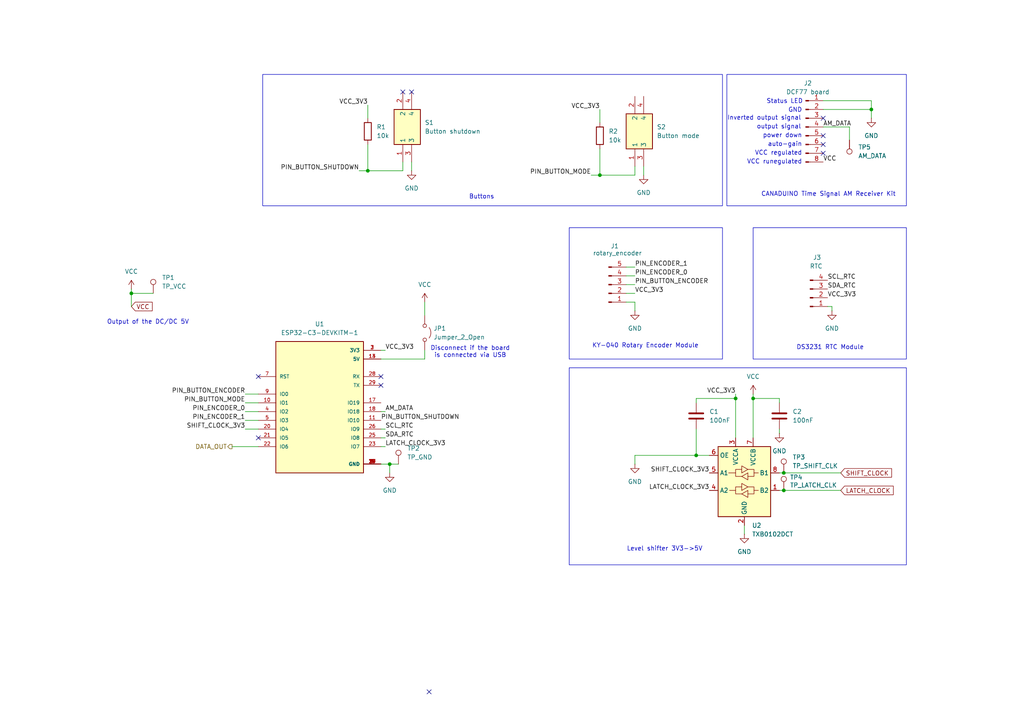
<source format=kicad_sch>
(kicad_sch
	(version 20250114)
	(generator "eeschema")
	(generator_version "9.0")
	(uuid "8fd789ba-fa10-4776-ba4f-cc9261a64015")
	(paper "A4")
	(title_block
		(date "2025-01-26")
		(rev "2")
	)
	(lib_symbols
		(symbol "Connector:Conn_01x04_Pin"
			(pin_names
				(offset 1.016)
				(hide yes)
			)
			(exclude_from_sim no)
			(in_bom yes)
			(on_board yes)
			(property "Reference" "J"
				(at 0 5.08 0)
				(effects
					(font
						(size 1.27 1.27)
					)
				)
			)
			(property "Value" "Conn_01x04_Pin"
				(at 0 -7.62 0)
				(effects
					(font
						(size 1.27 1.27)
					)
				)
			)
			(property "Footprint" ""
				(at 0 0 0)
				(effects
					(font
						(size 1.27 1.27)
					)
					(hide yes)
				)
			)
			(property "Datasheet" "~"
				(at 0 0 0)
				(effects
					(font
						(size 1.27 1.27)
					)
					(hide yes)
				)
			)
			(property "Description" "Generic connector, single row, 01x04, script generated"
				(at 0 0 0)
				(effects
					(font
						(size 1.27 1.27)
					)
					(hide yes)
				)
			)
			(property "ki_locked" ""
				(at 0 0 0)
				(effects
					(font
						(size 1.27 1.27)
					)
				)
			)
			(property "ki_keywords" "connector"
				(at 0 0 0)
				(effects
					(font
						(size 1.27 1.27)
					)
					(hide yes)
				)
			)
			(property "ki_fp_filters" "Connector*:*_1x??_*"
				(at 0 0 0)
				(effects
					(font
						(size 1.27 1.27)
					)
					(hide yes)
				)
			)
			(symbol "Conn_01x04_Pin_1_1"
				(rectangle
					(start 0.8636 2.667)
					(end 0 2.413)
					(stroke
						(width 0.1524)
						(type default)
					)
					(fill
						(type outline)
					)
				)
				(rectangle
					(start 0.8636 0.127)
					(end 0 -0.127)
					(stroke
						(width 0.1524)
						(type default)
					)
					(fill
						(type outline)
					)
				)
				(rectangle
					(start 0.8636 -2.413)
					(end 0 -2.667)
					(stroke
						(width 0.1524)
						(type default)
					)
					(fill
						(type outline)
					)
				)
				(rectangle
					(start 0.8636 -4.953)
					(end 0 -5.207)
					(stroke
						(width 0.1524)
						(type default)
					)
					(fill
						(type outline)
					)
				)
				(polyline
					(pts
						(xy 1.27 2.54) (xy 0.8636 2.54)
					)
					(stroke
						(width 0.1524)
						(type default)
					)
					(fill
						(type none)
					)
				)
				(polyline
					(pts
						(xy 1.27 0) (xy 0.8636 0)
					)
					(stroke
						(width 0.1524)
						(type default)
					)
					(fill
						(type none)
					)
				)
				(polyline
					(pts
						(xy 1.27 -2.54) (xy 0.8636 -2.54)
					)
					(stroke
						(width 0.1524)
						(type default)
					)
					(fill
						(type none)
					)
				)
				(polyline
					(pts
						(xy 1.27 -5.08) (xy 0.8636 -5.08)
					)
					(stroke
						(width 0.1524)
						(type default)
					)
					(fill
						(type none)
					)
				)
				(pin passive line
					(at 5.08 2.54 180)
					(length 3.81)
					(name "Pin_1"
						(effects
							(font
								(size 1.27 1.27)
							)
						)
					)
					(number "1"
						(effects
							(font
								(size 1.27 1.27)
							)
						)
					)
				)
				(pin passive line
					(at 5.08 0 180)
					(length 3.81)
					(name "Pin_2"
						(effects
							(font
								(size 1.27 1.27)
							)
						)
					)
					(number "2"
						(effects
							(font
								(size 1.27 1.27)
							)
						)
					)
				)
				(pin passive line
					(at 5.08 -2.54 180)
					(length 3.81)
					(name "Pin_3"
						(effects
							(font
								(size 1.27 1.27)
							)
						)
					)
					(number "3"
						(effects
							(font
								(size 1.27 1.27)
							)
						)
					)
				)
				(pin passive line
					(at 5.08 -5.08 180)
					(length 3.81)
					(name "Pin_4"
						(effects
							(font
								(size 1.27 1.27)
							)
						)
					)
					(number "4"
						(effects
							(font
								(size 1.27 1.27)
							)
						)
					)
				)
			)
			(embedded_fonts no)
		)
		(symbol "Connector:Conn_01x05_Pin"
			(pin_names
				(offset 1.016)
				(hide yes)
			)
			(exclude_from_sim no)
			(in_bom yes)
			(on_board yes)
			(property "Reference" "J"
				(at 0 7.62 0)
				(effects
					(font
						(size 1.27 1.27)
					)
				)
			)
			(property "Value" "Conn_01x05_Pin"
				(at 0 -7.62 0)
				(effects
					(font
						(size 1.27 1.27)
					)
				)
			)
			(property "Footprint" ""
				(at 0 0 0)
				(effects
					(font
						(size 1.27 1.27)
					)
					(hide yes)
				)
			)
			(property "Datasheet" "~"
				(at 0 0 0)
				(effects
					(font
						(size 1.27 1.27)
					)
					(hide yes)
				)
			)
			(property "Description" "Generic connector, single row, 01x05, script generated"
				(at 0 0 0)
				(effects
					(font
						(size 1.27 1.27)
					)
					(hide yes)
				)
			)
			(property "ki_locked" ""
				(at 0 0 0)
				(effects
					(font
						(size 1.27 1.27)
					)
				)
			)
			(property "ki_keywords" "connector"
				(at 0 0 0)
				(effects
					(font
						(size 1.27 1.27)
					)
					(hide yes)
				)
			)
			(property "ki_fp_filters" "Connector*:*_1x??_*"
				(at 0 0 0)
				(effects
					(font
						(size 1.27 1.27)
					)
					(hide yes)
				)
			)
			(symbol "Conn_01x05_Pin_1_1"
				(rectangle
					(start 0.8636 5.207)
					(end 0 4.953)
					(stroke
						(width 0.1524)
						(type default)
					)
					(fill
						(type outline)
					)
				)
				(rectangle
					(start 0.8636 2.667)
					(end 0 2.413)
					(stroke
						(width 0.1524)
						(type default)
					)
					(fill
						(type outline)
					)
				)
				(rectangle
					(start 0.8636 0.127)
					(end 0 -0.127)
					(stroke
						(width 0.1524)
						(type default)
					)
					(fill
						(type outline)
					)
				)
				(rectangle
					(start 0.8636 -2.413)
					(end 0 -2.667)
					(stroke
						(width 0.1524)
						(type default)
					)
					(fill
						(type outline)
					)
				)
				(rectangle
					(start 0.8636 -4.953)
					(end 0 -5.207)
					(stroke
						(width 0.1524)
						(type default)
					)
					(fill
						(type outline)
					)
				)
				(polyline
					(pts
						(xy 1.27 5.08) (xy 0.8636 5.08)
					)
					(stroke
						(width 0.1524)
						(type default)
					)
					(fill
						(type none)
					)
				)
				(polyline
					(pts
						(xy 1.27 2.54) (xy 0.8636 2.54)
					)
					(stroke
						(width 0.1524)
						(type default)
					)
					(fill
						(type none)
					)
				)
				(polyline
					(pts
						(xy 1.27 0) (xy 0.8636 0)
					)
					(stroke
						(width 0.1524)
						(type default)
					)
					(fill
						(type none)
					)
				)
				(polyline
					(pts
						(xy 1.27 -2.54) (xy 0.8636 -2.54)
					)
					(stroke
						(width 0.1524)
						(type default)
					)
					(fill
						(type none)
					)
				)
				(polyline
					(pts
						(xy 1.27 -5.08) (xy 0.8636 -5.08)
					)
					(stroke
						(width 0.1524)
						(type default)
					)
					(fill
						(type none)
					)
				)
				(pin passive line
					(at 5.08 5.08 180)
					(length 3.81)
					(name "Pin_1"
						(effects
							(font
								(size 1.27 1.27)
							)
						)
					)
					(number "1"
						(effects
							(font
								(size 1.27 1.27)
							)
						)
					)
				)
				(pin passive line
					(at 5.08 2.54 180)
					(length 3.81)
					(name "Pin_2"
						(effects
							(font
								(size 1.27 1.27)
							)
						)
					)
					(number "2"
						(effects
							(font
								(size 1.27 1.27)
							)
						)
					)
				)
				(pin passive line
					(at 5.08 0 180)
					(length 3.81)
					(name "Pin_3"
						(effects
							(font
								(size 1.27 1.27)
							)
						)
					)
					(number "3"
						(effects
							(font
								(size 1.27 1.27)
							)
						)
					)
				)
				(pin passive line
					(at 5.08 -2.54 180)
					(length 3.81)
					(name "Pin_4"
						(effects
							(font
								(size 1.27 1.27)
							)
						)
					)
					(number "4"
						(effects
							(font
								(size 1.27 1.27)
							)
						)
					)
				)
				(pin passive line
					(at 5.08 -5.08 180)
					(length 3.81)
					(name "Pin_5"
						(effects
							(font
								(size 1.27 1.27)
							)
						)
					)
					(number "5"
						(effects
							(font
								(size 1.27 1.27)
							)
						)
					)
				)
			)
			(embedded_fonts no)
		)
		(symbol "Connector:Conn_01x08_Pin"
			(pin_names
				(offset 1.016)
				(hide yes)
			)
			(exclude_from_sim no)
			(in_bom yes)
			(on_board yes)
			(property "Reference" "J"
				(at 0 10.16 0)
				(effects
					(font
						(size 1.27 1.27)
					)
				)
			)
			(property "Value" "Conn_01x08_Pin"
				(at 0 -12.7 0)
				(effects
					(font
						(size 1.27 1.27)
					)
				)
			)
			(property "Footprint" ""
				(at 0 0 0)
				(effects
					(font
						(size 1.27 1.27)
					)
					(hide yes)
				)
			)
			(property "Datasheet" "~"
				(at 0 0 0)
				(effects
					(font
						(size 1.27 1.27)
					)
					(hide yes)
				)
			)
			(property "Description" "Generic connector, single row, 01x08, script generated"
				(at 0 0 0)
				(effects
					(font
						(size 1.27 1.27)
					)
					(hide yes)
				)
			)
			(property "ki_locked" ""
				(at 0 0 0)
				(effects
					(font
						(size 1.27 1.27)
					)
				)
			)
			(property "ki_keywords" "connector"
				(at 0 0 0)
				(effects
					(font
						(size 1.27 1.27)
					)
					(hide yes)
				)
			)
			(property "ki_fp_filters" "Connector*:*_1x??_*"
				(at 0 0 0)
				(effects
					(font
						(size 1.27 1.27)
					)
					(hide yes)
				)
			)
			(symbol "Conn_01x08_Pin_1_1"
				(rectangle
					(start 0.8636 7.747)
					(end 0 7.493)
					(stroke
						(width 0.1524)
						(type default)
					)
					(fill
						(type outline)
					)
				)
				(rectangle
					(start 0.8636 5.207)
					(end 0 4.953)
					(stroke
						(width 0.1524)
						(type default)
					)
					(fill
						(type outline)
					)
				)
				(rectangle
					(start 0.8636 2.667)
					(end 0 2.413)
					(stroke
						(width 0.1524)
						(type default)
					)
					(fill
						(type outline)
					)
				)
				(rectangle
					(start 0.8636 0.127)
					(end 0 -0.127)
					(stroke
						(width 0.1524)
						(type default)
					)
					(fill
						(type outline)
					)
				)
				(rectangle
					(start 0.8636 -2.413)
					(end 0 -2.667)
					(stroke
						(width 0.1524)
						(type default)
					)
					(fill
						(type outline)
					)
				)
				(rectangle
					(start 0.8636 -4.953)
					(end 0 -5.207)
					(stroke
						(width 0.1524)
						(type default)
					)
					(fill
						(type outline)
					)
				)
				(rectangle
					(start 0.8636 -7.493)
					(end 0 -7.747)
					(stroke
						(width 0.1524)
						(type default)
					)
					(fill
						(type outline)
					)
				)
				(rectangle
					(start 0.8636 -10.033)
					(end 0 -10.287)
					(stroke
						(width 0.1524)
						(type default)
					)
					(fill
						(type outline)
					)
				)
				(polyline
					(pts
						(xy 1.27 7.62) (xy 0.8636 7.62)
					)
					(stroke
						(width 0.1524)
						(type default)
					)
					(fill
						(type none)
					)
				)
				(polyline
					(pts
						(xy 1.27 5.08) (xy 0.8636 5.08)
					)
					(stroke
						(width 0.1524)
						(type default)
					)
					(fill
						(type none)
					)
				)
				(polyline
					(pts
						(xy 1.27 2.54) (xy 0.8636 2.54)
					)
					(stroke
						(width 0.1524)
						(type default)
					)
					(fill
						(type none)
					)
				)
				(polyline
					(pts
						(xy 1.27 0) (xy 0.8636 0)
					)
					(stroke
						(width 0.1524)
						(type default)
					)
					(fill
						(type none)
					)
				)
				(polyline
					(pts
						(xy 1.27 -2.54) (xy 0.8636 -2.54)
					)
					(stroke
						(width 0.1524)
						(type default)
					)
					(fill
						(type none)
					)
				)
				(polyline
					(pts
						(xy 1.27 -5.08) (xy 0.8636 -5.08)
					)
					(stroke
						(width 0.1524)
						(type default)
					)
					(fill
						(type none)
					)
				)
				(polyline
					(pts
						(xy 1.27 -7.62) (xy 0.8636 -7.62)
					)
					(stroke
						(width 0.1524)
						(type default)
					)
					(fill
						(type none)
					)
				)
				(polyline
					(pts
						(xy 1.27 -10.16) (xy 0.8636 -10.16)
					)
					(stroke
						(width 0.1524)
						(type default)
					)
					(fill
						(type none)
					)
				)
				(pin passive line
					(at 5.08 7.62 180)
					(length 3.81)
					(name "Pin_1"
						(effects
							(font
								(size 1.27 1.27)
							)
						)
					)
					(number "1"
						(effects
							(font
								(size 1.27 1.27)
							)
						)
					)
				)
				(pin passive line
					(at 5.08 5.08 180)
					(length 3.81)
					(name "Pin_2"
						(effects
							(font
								(size 1.27 1.27)
							)
						)
					)
					(number "2"
						(effects
							(font
								(size 1.27 1.27)
							)
						)
					)
				)
				(pin passive line
					(at 5.08 2.54 180)
					(length 3.81)
					(name "Pin_3"
						(effects
							(font
								(size 1.27 1.27)
							)
						)
					)
					(number "3"
						(effects
							(font
								(size 1.27 1.27)
							)
						)
					)
				)
				(pin passive line
					(at 5.08 0 180)
					(length 3.81)
					(name "Pin_4"
						(effects
							(font
								(size 1.27 1.27)
							)
						)
					)
					(number "4"
						(effects
							(font
								(size 1.27 1.27)
							)
						)
					)
				)
				(pin passive line
					(at 5.08 -2.54 180)
					(length 3.81)
					(name "Pin_5"
						(effects
							(font
								(size 1.27 1.27)
							)
						)
					)
					(number "5"
						(effects
							(font
								(size 1.27 1.27)
							)
						)
					)
				)
				(pin passive line
					(at 5.08 -5.08 180)
					(length 3.81)
					(name "Pin_6"
						(effects
							(font
								(size 1.27 1.27)
							)
						)
					)
					(number "6"
						(effects
							(font
								(size 1.27 1.27)
							)
						)
					)
				)
				(pin passive line
					(at 5.08 -7.62 180)
					(length 3.81)
					(name "Pin_7"
						(effects
							(font
								(size 1.27 1.27)
							)
						)
					)
					(number "7"
						(effects
							(font
								(size 1.27 1.27)
							)
						)
					)
				)
				(pin passive line
					(at 5.08 -10.16 180)
					(length 3.81)
					(name "Pin_8"
						(effects
							(font
								(size 1.27 1.27)
							)
						)
					)
					(number "8"
						(effects
							(font
								(size 1.27 1.27)
							)
						)
					)
				)
			)
			(embedded_fonts no)
		)
		(symbol "Connector:TestPoint"
			(pin_numbers
				(hide yes)
			)
			(pin_names
				(offset 0.762)
				(hide yes)
			)
			(exclude_from_sim no)
			(in_bom yes)
			(on_board yes)
			(property "Reference" "TP"
				(at 0 6.858 0)
				(effects
					(font
						(size 1.27 1.27)
					)
				)
			)
			(property "Value" "TestPoint"
				(at 0 5.08 0)
				(effects
					(font
						(size 1.27 1.27)
					)
				)
			)
			(property "Footprint" ""
				(at 5.08 0 0)
				(effects
					(font
						(size 1.27 1.27)
					)
					(hide yes)
				)
			)
			(property "Datasheet" "~"
				(at 5.08 0 0)
				(effects
					(font
						(size 1.27 1.27)
					)
					(hide yes)
				)
			)
			(property "Description" "test point"
				(at 0 0 0)
				(effects
					(font
						(size 1.27 1.27)
					)
					(hide yes)
				)
			)
			(property "ki_keywords" "test point tp"
				(at 0 0 0)
				(effects
					(font
						(size 1.27 1.27)
					)
					(hide yes)
				)
			)
			(property "ki_fp_filters" "Pin* Test*"
				(at 0 0 0)
				(effects
					(font
						(size 1.27 1.27)
					)
					(hide yes)
				)
			)
			(symbol "TestPoint_0_1"
				(circle
					(center 0 3.302)
					(radius 0.762)
					(stroke
						(width 0)
						(type default)
					)
					(fill
						(type none)
					)
				)
			)
			(symbol "TestPoint_1_1"
				(pin passive line
					(at 0 0 90)
					(length 2.54)
					(name "1"
						(effects
							(font
								(size 1.27 1.27)
							)
						)
					)
					(number "1"
						(effects
							(font
								(size 1.27 1.27)
							)
						)
					)
				)
			)
			(embedded_fonts no)
		)
		(symbol "Device:C"
			(pin_numbers
				(hide yes)
			)
			(pin_names
				(offset 0.254)
			)
			(exclude_from_sim no)
			(in_bom yes)
			(on_board yes)
			(property "Reference" "C"
				(at 0.635 2.54 0)
				(effects
					(font
						(size 1.27 1.27)
					)
					(justify left)
				)
			)
			(property "Value" "C"
				(at 0.635 -2.54 0)
				(effects
					(font
						(size 1.27 1.27)
					)
					(justify left)
				)
			)
			(property "Footprint" ""
				(at 0.9652 -3.81 0)
				(effects
					(font
						(size 1.27 1.27)
					)
					(hide yes)
				)
			)
			(property "Datasheet" "~"
				(at 0 0 0)
				(effects
					(font
						(size 1.27 1.27)
					)
					(hide yes)
				)
			)
			(property "Description" "Unpolarized capacitor"
				(at 0 0 0)
				(effects
					(font
						(size 1.27 1.27)
					)
					(hide yes)
				)
			)
			(property "ki_keywords" "cap capacitor"
				(at 0 0 0)
				(effects
					(font
						(size 1.27 1.27)
					)
					(hide yes)
				)
			)
			(property "ki_fp_filters" "C_*"
				(at 0 0 0)
				(effects
					(font
						(size 1.27 1.27)
					)
					(hide yes)
				)
			)
			(symbol "C_0_1"
				(polyline
					(pts
						(xy -2.032 0.762) (xy 2.032 0.762)
					)
					(stroke
						(width 0.508)
						(type default)
					)
					(fill
						(type none)
					)
				)
				(polyline
					(pts
						(xy -2.032 -0.762) (xy 2.032 -0.762)
					)
					(stroke
						(width 0.508)
						(type default)
					)
					(fill
						(type none)
					)
				)
			)
			(symbol "C_1_1"
				(pin passive line
					(at 0 3.81 270)
					(length 2.794)
					(name "~"
						(effects
							(font
								(size 1.27 1.27)
							)
						)
					)
					(number "1"
						(effects
							(font
								(size 1.27 1.27)
							)
						)
					)
				)
				(pin passive line
					(at 0 -3.81 90)
					(length 2.794)
					(name "~"
						(effects
							(font
								(size 1.27 1.27)
							)
						)
					)
					(number "2"
						(effects
							(font
								(size 1.27 1.27)
							)
						)
					)
				)
			)
			(embedded_fonts no)
		)
		(symbol "Device:R"
			(pin_numbers
				(hide yes)
			)
			(pin_names
				(offset 0)
			)
			(exclude_from_sim no)
			(in_bom yes)
			(on_board yes)
			(property "Reference" "R"
				(at 2.032 0 90)
				(effects
					(font
						(size 1.27 1.27)
					)
				)
			)
			(property "Value" "R"
				(at 0 0 90)
				(effects
					(font
						(size 1.27 1.27)
					)
				)
			)
			(property "Footprint" ""
				(at -1.778 0 90)
				(effects
					(font
						(size 1.27 1.27)
					)
					(hide yes)
				)
			)
			(property "Datasheet" "~"
				(at 0 0 0)
				(effects
					(font
						(size 1.27 1.27)
					)
					(hide yes)
				)
			)
			(property "Description" "Resistor"
				(at 0 0 0)
				(effects
					(font
						(size 1.27 1.27)
					)
					(hide yes)
				)
			)
			(property "ki_keywords" "R res resistor"
				(at 0 0 0)
				(effects
					(font
						(size 1.27 1.27)
					)
					(hide yes)
				)
			)
			(property "ki_fp_filters" "R_*"
				(at 0 0 0)
				(effects
					(font
						(size 1.27 1.27)
					)
					(hide yes)
				)
			)
			(symbol "R_0_1"
				(rectangle
					(start -1.016 -2.54)
					(end 1.016 2.54)
					(stroke
						(width 0.254)
						(type default)
					)
					(fill
						(type none)
					)
				)
			)
			(symbol "R_1_1"
				(pin passive line
					(at 0 3.81 270)
					(length 1.27)
					(name "~"
						(effects
							(font
								(size 1.27 1.27)
							)
						)
					)
					(number "1"
						(effects
							(font
								(size 1.27 1.27)
							)
						)
					)
				)
				(pin passive line
					(at 0 -3.81 90)
					(length 1.27)
					(name "~"
						(effects
							(font
								(size 1.27 1.27)
							)
						)
					)
					(number "2"
						(effects
							(font
								(size 1.27 1.27)
							)
						)
					)
				)
			)
			(embedded_fonts no)
		)
		(symbol "Jumper:Jumper_2_Open"
			(pin_numbers
				(hide yes)
			)
			(pin_names
				(offset 0)
				(hide yes)
			)
			(exclude_from_sim yes)
			(in_bom yes)
			(on_board yes)
			(property "Reference" "JP"
				(at 0 2.794 0)
				(effects
					(font
						(size 1.27 1.27)
					)
				)
			)
			(property "Value" "Jumper_2_Open"
				(at 0 -2.286 0)
				(effects
					(font
						(size 1.27 1.27)
					)
				)
			)
			(property "Footprint" ""
				(at 0 0 0)
				(effects
					(font
						(size 1.27 1.27)
					)
					(hide yes)
				)
			)
			(property "Datasheet" "~"
				(at 0 0 0)
				(effects
					(font
						(size 1.27 1.27)
					)
					(hide yes)
				)
			)
			(property "Description" "Jumper, 2-pole, open"
				(at 0 0 0)
				(effects
					(font
						(size 1.27 1.27)
					)
					(hide yes)
				)
			)
			(property "ki_keywords" "Jumper SPST"
				(at 0 0 0)
				(effects
					(font
						(size 1.27 1.27)
					)
					(hide yes)
				)
			)
			(property "ki_fp_filters" "Jumper* TestPoint*2Pads* TestPoint*Bridge*"
				(at 0 0 0)
				(effects
					(font
						(size 1.27 1.27)
					)
					(hide yes)
				)
			)
			(symbol "Jumper_2_Open_0_0"
				(circle
					(center -2.032 0)
					(radius 0.508)
					(stroke
						(width 0)
						(type default)
					)
					(fill
						(type none)
					)
				)
				(circle
					(center 2.032 0)
					(radius 0.508)
					(stroke
						(width 0)
						(type default)
					)
					(fill
						(type none)
					)
				)
			)
			(symbol "Jumper_2_Open_0_1"
				(arc
					(start -1.524 1.27)
					(mid 0 1.778)
					(end 1.524 1.27)
					(stroke
						(width 0)
						(type default)
					)
					(fill
						(type none)
					)
				)
			)
			(symbol "Jumper_2_Open_1_1"
				(pin passive line
					(at -5.08 0 0)
					(length 2.54)
					(name "A"
						(effects
							(font
								(size 1.27 1.27)
							)
						)
					)
					(number "1"
						(effects
							(font
								(size 1.27 1.27)
							)
						)
					)
				)
				(pin passive line
					(at 5.08 0 180)
					(length 2.54)
					(name "B"
						(effects
							(font
								(size 1.27 1.27)
							)
						)
					)
					(number "2"
						(effects
							(font
								(size 1.27 1.27)
							)
						)
					)
				)
			)
			(embedded_fonts no)
		)
		(symbol "Logic_LevelTranslator:TXB0102DCT"
			(exclude_from_sim no)
			(in_bom yes)
			(on_board yes)
			(property "Reference" "U"
				(at -6.35 11.43 0)
				(effects
					(font
						(size 1.27 1.27)
					)
				)
			)
			(property "Value" "TXB0102DCT"
				(at 3.81 11.43 0)
				(effects
					(font
						(size 1.27 1.27)
					)
					(justify left)
				)
			)
			(property "Footprint" "Package_SO:TSSOP-8_3x3mm_P0.65mm"
				(at 0 -13.97 0)
				(effects
					(font
						(size 1.27 1.27)
					)
					(hide yes)
				)
			)
			(property "Datasheet" "http://www.ti.com/lit/ds/symlink/txb0102.pdf"
				(at 0 -0.762 0)
				(effects
					(font
						(size 1.27 1.27)
					)
					(hide yes)
				)
			)
			(property "Description" "2-Bit Bidirectional Voltage-Level Translator With Auto Direction Sensing and ±15-kV ESD Protection, TSSOP-8"
				(at 0 0 0)
				(effects
					(font
						(size 1.27 1.27)
					)
					(hide yes)
				)
			)
			(property "ki_keywords" "Level-Shifter CMOS-TTL-Translation"
				(at 0 0 0)
				(effects
					(font
						(size 1.27 1.27)
					)
					(hide yes)
				)
			)
			(property "ki_fp_filters" "TSSOP*P0.65mm*"
				(at 0 0 0)
				(effects
					(font
						(size 1.27 1.27)
					)
					(hide yes)
				)
			)
			(symbol "TXB0102DCT_0_1"
				(rectangle
					(start -7.62 10.16)
					(end 7.62 -10.16)
					(stroke
						(width 0.254)
						(type default)
					)
					(fill
						(type background)
					)
				)
				(polyline
					(pts
						(xy -2.54 2.54) (xy -2.54 3.556) (xy -0.762 3.556)
					)
					(stroke
						(width 0)
						(type default)
					)
					(fill
						(type none)
					)
				)
				(polyline
					(pts
						(xy -2.54 -2.54) (xy -2.54 -1.524) (xy -0.762 -1.524)
					)
					(stroke
						(width 0)
						(type default)
					)
					(fill
						(type none)
					)
				)
				(polyline
					(pts
						(xy -0.762 2.54) (xy -0.762 4.572) (xy 1.016 3.556) (xy -0.762 2.54)
					)
					(stroke
						(width 0)
						(type default)
					)
					(fill
						(type none)
					)
				)
				(polyline
					(pts
						(xy -0.762 1.524) (xy -2.54 1.524) (xy -2.54 2.54) (xy -4.572 2.54)
					)
					(stroke
						(width 0)
						(type default)
					)
					(fill
						(type none)
					)
				)
				(polyline
					(pts
						(xy -0.762 -2.54) (xy -0.762 -0.508) (xy 1.016 -1.524) (xy -0.762 -2.54)
					)
					(stroke
						(width 0)
						(type default)
					)
					(fill
						(type background)
					)
				)
				(polyline
					(pts
						(xy -0.762 -3.556) (xy -2.54 -3.556) (xy -2.54 -2.54) (xy -4.318 -2.54)
					)
					(stroke
						(width 0)
						(type default)
					)
					(fill
						(type none)
					)
				)
				(polyline
					(pts
						(xy 1.016 3.556) (xy 2.794 3.556) (xy 2.794 2.54) (xy 4.064 2.54)
					)
					(stroke
						(width 0)
						(type default)
					)
					(fill
						(type none)
					)
				)
				(polyline
					(pts
						(xy 1.016 2.54) (xy 1.016 0.762) (xy 1.016 0.508) (xy -0.762 1.524) (xy 1.016 2.54)
					)
					(stroke
						(width 0)
						(type default)
					)
					(fill
						(type none)
					)
				)
				(polyline
					(pts
						(xy 1.016 -1.524) (xy 2.794 -1.524) (xy 2.794 -2.54) (xy 4.064 -2.54)
					)
					(stroke
						(width 0)
						(type default)
					)
					(fill
						(type none)
					)
				)
				(polyline
					(pts
						(xy 1.016 -2.54) (xy 1.016 -4.572) (xy -0.762 -3.556) (xy 1.016 -2.54)
					)
					(stroke
						(width 0)
						(type default)
					)
					(fill
						(type none)
					)
				)
				(polyline
					(pts
						(xy 2.794 2.54) (xy 2.794 1.524) (xy 1.016 1.524)
					)
					(stroke
						(width 0)
						(type default)
					)
					(fill
						(type none)
					)
				)
				(polyline
					(pts
						(xy 2.794 -2.54) (xy 2.794 -3.556) (xy 1.016 -3.556)
					)
					(stroke
						(width 0)
						(type default)
					)
					(fill
						(type none)
					)
				)
			)
			(symbol "TXB0102DCT_1_1"
				(pin input line
					(at -10.16 7.62 0)
					(length 2.54)
					(name "OE"
						(effects
							(font
								(size 1.27 1.27)
							)
						)
					)
					(number "6"
						(effects
							(font
								(size 1.27 1.27)
							)
						)
					)
				)
				(pin bidirectional line
					(at -10.16 2.54 0)
					(length 2.54)
					(name "A1"
						(effects
							(font
								(size 1.27 1.27)
							)
						)
					)
					(number "5"
						(effects
							(font
								(size 1.27 1.27)
							)
						)
					)
				)
				(pin bidirectional line
					(at -10.16 -2.54 0)
					(length 2.54)
					(name "A2"
						(effects
							(font
								(size 1.27 1.27)
							)
						)
					)
					(number "4"
						(effects
							(font
								(size 1.27 1.27)
							)
						)
					)
				)
				(pin power_in line
					(at -2.54 12.7 270)
					(length 2.54)
					(name "VCCA"
						(effects
							(font
								(size 1.27 1.27)
							)
						)
					)
					(number "3"
						(effects
							(font
								(size 1.27 1.27)
							)
						)
					)
				)
				(pin power_in line
					(at 0 -12.7 90)
					(length 2.54)
					(name "GND"
						(effects
							(font
								(size 1.27 1.27)
							)
						)
					)
					(number "2"
						(effects
							(font
								(size 1.27 1.27)
							)
						)
					)
				)
				(pin power_in line
					(at 2.54 12.7 270)
					(length 2.54)
					(name "VCCB"
						(effects
							(font
								(size 1.27 1.27)
							)
						)
					)
					(number "7"
						(effects
							(font
								(size 1.27 1.27)
							)
						)
					)
				)
				(pin bidirectional line
					(at 10.16 2.54 180)
					(length 2.54)
					(name "B1"
						(effects
							(font
								(size 1.27 1.27)
							)
						)
					)
					(number "8"
						(effects
							(font
								(size 1.27 1.27)
							)
						)
					)
				)
				(pin bidirectional line
					(at 10.16 -2.54 180)
					(length 2.54)
					(name "B2"
						(effects
							(font
								(size 1.27 1.27)
							)
						)
					)
					(number "1"
						(effects
							(font
								(size 1.27 1.27)
							)
						)
					)
				)
			)
			(embedded_fonts no)
		)
		(symbol "Samacsys:FSM2JAH"
			(exclude_from_sim no)
			(in_bom yes)
			(on_board yes)
			(property "Reference" "S"
				(at 16.51 7.62 0)
				(effects
					(font
						(size 1.27 1.27)
					)
					(justify left top)
				)
			)
			(property "Value" "FSM2JAH"
				(at 16.51 5.08 0)
				(effects
					(font
						(size 1.27 1.27)
					)
					(justify left top)
				)
			)
			(property "Footprint" "Samacsys:FSM4JH"
				(at 16.51 -94.92 0)
				(effects
					(font
						(size 1.27 1.27)
					)
					(justify left top)
					(hide yes)
				)
			)
			(property "Datasheet" "http://www.te.com/commerce/DocumentDelivery/DDEController?Action=showdoc&DocId=Customer+Drawing%7F1825910%7FC9%7Fpdf%7FEnglish%7FENG_CD_1825910_C9.pdf%7F1825910-3"
				(at 16.51 -194.92 0)
				(effects
					(font
						(size 1.27 1.27)
					)
					(justify left top)
					(hide yes)
				)
			)
			(property "Description" "6x6mm tactile switch,4.3mm H 2.6N Red Button Tactile Switch, SPST 50 mA@ 24 V dc 0.7mm"
				(at 0 0 0)
				(effects
					(font
						(size 1.27 1.27)
					)
					(hide yes)
				)
			)
			(property "Height" ""
				(at 16.51 -394.92 0)
				(effects
					(font
						(size 1.27 1.27)
					)
					(justify left top)
					(hide yes)
				)
			)
			(property "Mouser Part Number" "506-FSM2JAH"
				(at 16.51 -494.92 0)
				(effects
					(font
						(size 1.27 1.27)
					)
					(justify left top)
					(hide yes)
				)
			)
			(property "Mouser Price/Stock" "https://www.mouser.co.uk/ProductDetail/TE-Connectivity-PB/FSM2JAH?qs=Of7OaoM7rsH02ckr%252BGLHNA%3D%3D"
				(at 16.51 -594.92 0)
				(effects
					(font
						(size 1.27 1.27)
					)
					(justify left top)
					(hide yes)
				)
			)
			(property "Manufacturer_Name" "TE Connectivity"
				(at 16.51 -694.92 0)
				(effects
					(font
						(size 1.27 1.27)
					)
					(justify left top)
					(hide yes)
				)
			)
			(property "Manufacturer_Part_Number" "FSM2JAH"
				(at 16.51 -794.92 0)
				(effects
					(font
						(size 1.27 1.27)
					)
					(justify left top)
					(hide yes)
				)
			)
			(symbol "FSM2JAH_1_1"
				(rectangle
					(start 5.08 2.54)
					(end 15.24 -5.08)
					(stroke
						(width 0.254)
						(type default)
					)
					(fill
						(type background)
					)
				)
				(pin passive line
					(at 0 0 0)
					(length 5.08)
					(name "1"
						(effects
							(font
								(size 1.27 1.27)
							)
						)
					)
					(number "1"
						(effects
							(font
								(size 1.27 1.27)
							)
						)
					)
				)
				(pin passive line
					(at 0 -2.54 0)
					(length 5.08)
					(name "3"
						(effects
							(font
								(size 1.27 1.27)
							)
						)
					)
					(number "3"
						(effects
							(font
								(size 1.27 1.27)
							)
						)
					)
				)
				(pin passive line
					(at 20.32 0 180)
					(length 5.08)
					(name "2"
						(effects
							(font
								(size 1.27 1.27)
							)
						)
					)
					(number "2"
						(effects
							(font
								(size 1.27 1.27)
							)
						)
					)
				)
				(pin passive line
					(at 20.32 -2.54 180)
					(length 5.08)
					(name "4"
						(effects
							(font
								(size 1.27 1.27)
							)
						)
					)
					(number "4"
						(effects
							(font
								(size 1.27 1.27)
							)
						)
					)
				)
			)
			(embedded_fonts no)
		)
		(symbol "Snapeda:ESP32-C3-DEVKITM-1"
			(pin_names
				(offset 1.016)
			)
			(exclude_from_sim no)
			(in_bom yes)
			(on_board yes)
			(property "Reference" "U"
				(at -12.7 18.669 0)
				(effects
					(font
						(size 1.27 1.27)
					)
					(justify left bottom)
				)
			)
			(property "Value" "ESP32-C3-DEVKITM-1"
				(at -12.7 -22.86 0)
				(effects
					(font
						(size 1.27 1.27)
					)
					(justify left bottom)
				)
			)
			(property "Footprint" "Snapeda:ESP32-C3-DEVKITM-1_XCVR_ESP32-C3-DEVKITM-1"
				(at 0 0 0)
				(effects
					(font
						(size 1.27 1.27)
					)
					(justify bottom)
					(hide yes)
				)
			)
			(property "Datasheet" ""
				(at 0 0 0)
				(effects
					(font
						(size 1.27 1.27)
					)
					(hide yes)
				)
			)
			(property "Description" ""
				(at 0 0 0)
				(effects
					(font
						(size 1.27 1.27)
					)
					(hide yes)
				)
			)
			(property "MF" "Espressif Systems"
				(at 0 0 0)
				(effects
					(font
						(size 1.27 1.27)
					)
					(justify bottom)
					(hide yes)
				)
			)
			(property "Description_1" "\n                        \n                            WiFi Development Tools (802.11) (ENGINEERING SAMPLE ONLY) ESP32-C3 General-Purpose Dev Board, Embeds ESP32-C3-MINI-1, 4 MB Flash, w/ Pin Header\n                        \n"
				(at 0 0 0)
				(effects
					(font
						(size 1.27 1.27)
					)
					(justify bottom)
					(hide yes)
				)
			)
			(property "Package" "None"
				(at 0 0 0)
				(effects
					(font
						(size 1.27 1.27)
					)
					(justify bottom)
					(hide yes)
				)
			)
			(property "Price" "None"
				(at 0 0 0)
				(effects
					(font
						(size 1.27 1.27)
					)
					(justify bottom)
					(hide yes)
				)
			)
			(property "Check_prices" "https://www.snapeda.com/parts/ESP32-C3-DEVKITM-1/Espressif+Systems/view-part/?ref=eda"
				(at 0 0 0)
				(effects
					(font
						(size 1.27 1.27)
					)
					(justify bottom)
					(hide yes)
				)
			)
			(property "STANDARD" "Manufacturer Recommendations"
				(at 0 0 0)
				(effects
					(font
						(size 1.27 1.27)
					)
					(justify bottom)
					(hide yes)
				)
			)
			(property "SnapEDA_Link" "https://www.snapeda.com/parts/ESP32-C3-DEVKITM-1/Espressif+Systems/view-part/?ref=snap"
				(at 0 0 0)
				(effects
					(font
						(size 1.27 1.27)
					)
					(justify bottom)
					(hide yes)
				)
			)
			(property "MP" "ESP32-C3-DEVKITM-1"
				(at 0 0 0)
				(effects
					(font
						(size 1.27 1.27)
					)
					(justify bottom)
					(hide yes)
				)
			)
			(property "Availability" "In Stock"
				(at 0 0 0)
				(effects
					(font
						(size 1.27 1.27)
					)
					(justify bottom)
					(hide yes)
				)
			)
			(property "MANUFACTURER" "Espressif"
				(at 0 0 0)
				(effects
					(font
						(size 1.27 1.27)
					)
					(justify bottom)
					(hide yes)
				)
			)
			(symbol "ESP32-C3-DEVKITM-1_0_0"
				(rectangle
					(start -12.7 -20.32)
					(end 12.7 17.78)
					(stroke
						(width 0.254)
						(type default)
					)
					(fill
						(type background)
					)
				)
				(pin input line
					(at -17.78 7.62 0)
					(length 5.08)
					(name "RST"
						(effects
							(font
								(size 1.016 1.016)
							)
						)
					)
					(number "7"
						(effects
							(font
								(size 1.016 1.016)
							)
						)
					)
				)
				(pin bidirectional line
					(at -17.78 2.54 0)
					(length 5.08)
					(name "IO0"
						(effects
							(font
								(size 1.016 1.016)
							)
						)
					)
					(number "9"
						(effects
							(font
								(size 1.016 1.016)
							)
						)
					)
				)
				(pin bidirectional line
					(at -17.78 0 0)
					(length 5.08)
					(name "IO1"
						(effects
							(font
								(size 1.016 1.016)
							)
						)
					)
					(number "10"
						(effects
							(font
								(size 1.016 1.016)
							)
						)
					)
				)
				(pin bidirectional line
					(at -17.78 -2.54 0)
					(length 5.08)
					(name "IO2"
						(effects
							(font
								(size 1.016 1.016)
							)
						)
					)
					(number "4"
						(effects
							(font
								(size 1.016 1.016)
							)
						)
					)
				)
				(pin bidirectional line
					(at -17.78 -5.08 0)
					(length 5.08)
					(name "IO3"
						(effects
							(font
								(size 1.016 1.016)
							)
						)
					)
					(number "5"
						(effects
							(font
								(size 1.016 1.016)
							)
						)
					)
				)
				(pin bidirectional line
					(at -17.78 -7.62 0)
					(length 5.08)
					(name "IO4"
						(effects
							(font
								(size 1.016 1.016)
							)
						)
					)
					(number "20"
						(effects
							(font
								(size 1.016 1.016)
							)
						)
					)
				)
				(pin bidirectional line
					(at -17.78 -10.16 0)
					(length 5.08)
					(name "IO5"
						(effects
							(font
								(size 1.016 1.016)
							)
						)
					)
					(number "21"
						(effects
							(font
								(size 1.016 1.016)
							)
						)
					)
				)
				(pin bidirectional line
					(at -17.78 -12.7 0)
					(length 5.08)
					(name "IO6"
						(effects
							(font
								(size 1.016 1.016)
							)
						)
					)
					(number "22"
						(effects
							(font
								(size 1.016 1.016)
							)
						)
					)
				)
				(pin power_in line
					(at 17.78 15.24 180)
					(length 5.08)
					(name "3V3"
						(effects
							(font
								(size 1.016 1.016)
							)
						)
					)
					(number "2"
						(effects
							(font
								(size 1.016 1.016)
							)
						)
					)
				)
				(pin power_in line
					(at 17.78 15.24 180)
					(length 5.08)
					(name "3V3"
						(effects
							(font
								(size 1.016 1.016)
							)
						)
					)
					(number "3"
						(effects
							(font
								(size 1.016 1.016)
							)
						)
					)
				)
				(pin power_in line
					(at 17.78 12.7 180)
					(length 5.08)
					(name "5V"
						(effects
							(font
								(size 1.016 1.016)
							)
						)
					)
					(number "13"
						(effects
							(font
								(size 1.016 1.016)
							)
						)
					)
				)
				(pin power_in line
					(at 17.78 12.7 180)
					(length 5.08)
					(name "5V"
						(effects
							(font
								(size 1.016 1.016)
							)
						)
					)
					(number "14"
						(effects
							(font
								(size 1.016 1.016)
							)
						)
					)
				)
				(pin bidirectional line
					(at 17.78 7.62 180)
					(length 5.08)
					(name "RX"
						(effects
							(font
								(size 1.016 1.016)
							)
						)
					)
					(number "28"
						(effects
							(font
								(size 1.016 1.016)
							)
						)
					)
				)
				(pin bidirectional line
					(at 17.78 5.08 180)
					(length 5.08)
					(name "TX"
						(effects
							(font
								(size 1.016 1.016)
							)
						)
					)
					(number "29"
						(effects
							(font
								(size 1.016 1.016)
							)
						)
					)
				)
				(pin bidirectional line
					(at 17.78 0 180)
					(length 5.08)
					(name "IO19"
						(effects
							(font
								(size 1.016 1.016)
							)
						)
					)
					(number "17"
						(effects
							(font
								(size 1.016 1.016)
							)
						)
					)
				)
				(pin bidirectional line
					(at 17.78 -2.54 180)
					(length 5.08)
					(name "IO18"
						(effects
							(font
								(size 1.016 1.016)
							)
						)
					)
					(number "18"
						(effects
							(font
								(size 1.016 1.016)
							)
						)
					)
				)
				(pin bidirectional line
					(at 17.78 -5.08 180)
					(length 5.08)
					(name "IO10"
						(effects
							(font
								(size 1.016 1.016)
							)
						)
					)
					(number "11"
						(effects
							(font
								(size 1.016 1.016)
							)
						)
					)
				)
				(pin bidirectional line
					(at 17.78 -7.62 180)
					(length 5.08)
					(name "IO9"
						(effects
							(font
								(size 1.016 1.016)
							)
						)
					)
					(number "26"
						(effects
							(font
								(size 1.016 1.016)
							)
						)
					)
				)
				(pin bidirectional line
					(at 17.78 -10.16 180)
					(length 5.08)
					(name "IO8"
						(effects
							(font
								(size 1.016 1.016)
							)
						)
					)
					(number "25"
						(effects
							(font
								(size 1.016 1.016)
							)
						)
					)
				)
				(pin bidirectional line
					(at 17.78 -12.7 180)
					(length 5.08)
					(name "IO7"
						(effects
							(font
								(size 1.016 1.016)
							)
						)
					)
					(number "23"
						(effects
							(font
								(size 1.016 1.016)
							)
						)
					)
				)
				(pin power_in line
					(at 17.78 -17.78 180)
					(length 5.08)
					(name "GND"
						(effects
							(font
								(size 1.016 1.016)
							)
						)
					)
					(number "1"
						(effects
							(font
								(size 1.016 1.016)
							)
						)
					)
				)
				(pin power_in line
					(at 17.78 -17.78 180)
					(length 5.08)
					(name "GND"
						(effects
							(font
								(size 1.016 1.016)
							)
						)
					)
					(number "12"
						(effects
							(font
								(size 1.016 1.016)
							)
						)
					)
				)
				(pin power_in line
					(at 17.78 -17.78 180)
					(length 5.08)
					(name "GND"
						(effects
							(font
								(size 1.016 1.016)
							)
						)
					)
					(number "15"
						(effects
							(font
								(size 1.016 1.016)
							)
						)
					)
				)
				(pin power_in line
					(at 17.78 -17.78 180)
					(length 5.08)
					(name "GND"
						(effects
							(font
								(size 1.016 1.016)
							)
						)
					)
					(number "16"
						(effects
							(font
								(size 1.016 1.016)
							)
						)
					)
				)
				(pin power_in line
					(at 17.78 -17.78 180)
					(length 5.08)
					(name "GND"
						(effects
							(font
								(size 1.016 1.016)
							)
						)
					)
					(number "19"
						(effects
							(font
								(size 1.016 1.016)
							)
						)
					)
				)
				(pin power_in line
					(at 17.78 -17.78 180)
					(length 5.08)
					(name "GND"
						(effects
							(font
								(size 1.016 1.016)
							)
						)
					)
					(number "24"
						(effects
							(font
								(size 1.016 1.016)
							)
						)
					)
				)
				(pin power_in line
					(at 17.78 -17.78 180)
					(length 5.08)
					(name "GND"
						(effects
							(font
								(size 1.016 1.016)
							)
						)
					)
					(number "27"
						(effects
							(font
								(size 1.016 1.016)
							)
						)
					)
				)
				(pin power_in line
					(at 17.78 -17.78 180)
					(length 5.08)
					(name "GND"
						(effects
							(font
								(size 1.016 1.016)
							)
						)
					)
					(number "30"
						(effects
							(font
								(size 1.016 1.016)
							)
						)
					)
				)
				(pin power_in line
					(at 17.78 -17.78 180)
					(length 5.08)
					(name "GND"
						(effects
							(font
								(size 1.016 1.016)
							)
						)
					)
					(number "6"
						(effects
							(font
								(size 1.016 1.016)
							)
						)
					)
				)
				(pin power_in line
					(at 17.78 -17.78 180)
					(length 5.08)
					(name "GND"
						(effects
							(font
								(size 1.016 1.016)
							)
						)
					)
					(number "8"
						(effects
							(font
								(size 1.016 1.016)
							)
						)
					)
				)
			)
			(embedded_fonts no)
		)
		(symbol "power:GND"
			(power)
			(pin_numbers
				(hide yes)
			)
			(pin_names
				(offset 0)
				(hide yes)
			)
			(exclude_from_sim no)
			(in_bom yes)
			(on_board yes)
			(property "Reference" "#PWR"
				(at 0 -6.35 0)
				(effects
					(font
						(size 1.27 1.27)
					)
					(hide yes)
				)
			)
			(property "Value" "GND"
				(at 0 -3.81 0)
				(effects
					(font
						(size 1.27 1.27)
					)
				)
			)
			(property "Footprint" ""
				(at 0 0 0)
				(effects
					(font
						(size 1.27 1.27)
					)
					(hide yes)
				)
			)
			(property "Datasheet" ""
				(at 0 0 0)
				(effects
					(font
						(size 1.27 1.27)
					)
					(hide yes)
				)
			)
			(property "Description" "Power symbol creates a global label with name \"GND\" , ground"
				(at 0 0 0)
				(effects
					(font
						(size 1.27 1.27)
					)
					(hide yes)
				)
			)
			(property "ki_keywords" "global power"
				(at 0 0 0)
				(effects
					(font
						(size 1.27 1.27)
					)
					(hide yes)
				)
			)
			(symbol "GND_0_1"
				(polyline
					(pts
						(xy 0 0) (xy 0 -1.27) (xy 1.27 -1.27) (xy 0 -2.54) (xy -1.27 -1.27) (xy 0 -1.27)
					)
					(stroke
						(width 0)
						(type default)
					)
					(fill
						(type none)
					)
				)
			)
			(symbol "GND_1_1"
				(pin power_in line
					(at 0 0 270)
					(length 0)
					(name "~"
						(effects
							(font
								(size 1.27 1.27)
							)
						)
					)
					(number "1"
						(effects
							(font
								(size 1.27 1.27)
							)
						)
					)
				)
			)
			(embedded_fonts no)
		)
		(symbol "power:VCC"
			(power)
			(pin_numbers
				(hide yes)
			)
			(pin_names
				(offset 0)
				(hide yes)
			)
			(exclude_from_sim no)
			(in_bom yes)
			(on_board yes)
			(property "Reference" "#PWR"
				(at 0 -3.81 0)
				(effects
					(font
						(size 1.27 1.27)
					)
					(hide yes)
				)
			)
			(property "Value" "VCC"
				(at 0 3.556 0)
				(effects
					(font
						(size 1.27 1.27)
					)
				)
			)
			(property "Footprint" ""
				(at 0 0 0)
				(effects
					(font
						(size 1.27 1.27)
					)
					(hide yes)
				)
			)
			(property "Datasheet" ""
				(at 0 0 0)
				(effects
					(font
						(size 1.27 1.27)
					)
					(hide yes)
				)
			)
			(property "Description" "Power symbol creates a global label with name \"VCC\""
				(at 0 0 0)
				(effects
					(font
						(size 1.27 1.27)
					)
					(hide yes)
				)
			)
			(property "ki_keywords" "global power"
				(at 0 0 0)
				(effects
					(font
						(size 1.27 1.27)
					)
					(hide yes)
				)
			)
			(symbol "VCC_0_1"
				(polyline
					(pts
						(xy -0.762 1.27) (xy 0 2.54)
					)
					(stroke
						(width 0)
						(type default)
					)
					(fill
						(type none)
					)
				)
				(polyline
					(pts
						(xy 0 2.54) (xy 0.762 1.27)
					)
					(stroke
						(width 0)
						(type default)
					)
					(fill
						(type none)
					)
				)
				(polyline
					(pts
						(xy 0 0) (xy 0 2.54)
					)
					(stroke
						(width 0)
						(type default)
					)
					(fill
						(type none)
					)
				)
			)
			(symbol "VCC_1_1"
				(pin power_in line
					(at 0 0 90)
					(length 0)
					(name "~"
						(effects
							(font
								(size 1.27 1.27)
							)
						)
					)
					(number "1"
						(effects
							(font
								(size 1.27 1.27)
							)
						)
					)
				)
			)
			(embedded_fonts no)
		)
	)
	(rectangle
		(start 76.2 21.59)
		(end 209.55 59.69)
		(stroke
			(width 0)
			(type default)
		)
		(fill
			(type none)
		)
		(uuid 2191ddd2-d1aa-4f08-8ff8-4792a0ecb51a)
	)
	(rectangle
		(start 218.44 66.04)
		(end 262.89 104.14)
		(stroke
			(width 0)
			(type default)
		)
		(fill
			(type none)
		)
		(uuid 5ed40258-c683-439a-a989-77e542698ada)
	)
	(rectangle
		(start 165.1 106.68)
		(end 262.89 163.83)
		(stroke
			(width 0)
			(type default)
		)
		(fill
			(type none)
		)
		(uuid cff93efc-778d-40b1-a6d1-04e1ca1eb40b)
	)
	(rectangle
		(start 210.82 21.59)
		(end 262.89 59.69)
		(stroke
			(width 0)
			(type default)
		)
		(fill
			(type none)
		)
		(uuid ed2eaca6-8aa2-4f11-ae2b-8659e45e63f7)
	)
	(rectangle
		(start 165.1 66.04)
		(end 209.55 104.14)
		(stroke
			(width 0)
			(type default)
		)
		(fill
			(type none)
		)
		(uuid f0d06065-2451-4c4e-a720-6c2145df2a71)
	)
	(text "Buttons"
		(exclude_from_sim no)
		(at 139.7 57.15 0)
		(effects
			(font
				(size 1.27 1.27)
			)
		)
		(uuid "0109a5a4-648f-4b4a-973a-a6c6adc57081")
	)
	(text "VCC regulated"
		(exclude_from_sim no)
		(at 232.664 44.45 0)
		(effects
			(font
				(size 1.27 1.27)
			)
			(justify right)
		)
		(uuid "064f5a6a-006d-4a7b-83f7-a855ccad3e69")
	)
	(text "KY-040 Rotary Encoder Module"
		(exclude_from_sim no)
		(at 187.198 100.33 0)
		(effects
			(font
				(size 1.27 1.27)
			)
		)
		(uuid "15e80773-2de1-4388-a650-ca5be4284c05")
	)
	(text "Inverted output signal"
		(exclude_from_sim no)
		(at 232.41 34.29 0)
		(effects
			(font
				(size 1.27 1.27)
			)
			(justify right)
		)
		(uuid "23ff3682-af51-448e-8f32-3cdc5bc9231e")
	)
	(text "VCC runegulated"
		(exclude_from_sim no)
		(at 232.664 46.99 0)
		(effects
			(font
				(size 1.27 1.27)
			)
			(justify right)
		)
		(uuid "24316135-8e12-4e12-902f-4b2dd5148ddf")
	)
	(text "power down"
		(exclude_from_sim no)
		(at 232.664 39.37 0)
		(effects
			(font
				(size 1.27 1.27)
			)
			(justify right)
		)
		(uuid "39d5ba2c-39c1-494d-be55-d798e0a3db3b")
	)
	(text "CANADUINO Time Signal AM Receiver Kit"
		(exclude_from_sim no)
		(at 240.284 56.388 0)
		(effects
			(font
				(size 1.27 1.27)
			)
		)
		(uuid "65cc58a9-862e-42a2-8987-630c3d289126")
	)
	(text "Status LED"
		(exclude_from_sim no)
		(at 227.584 29.464 0)
		(effects
			(font
				(size 1.27 1.27)
			)
		)
		(uuid "7818ff27-a383-411e-8a02-59db09f6501f")
	)
	(text "Level shifter 3V3->5V"
		(exclude_from_sim no)
		(at 192.786 159.258 0)
		(effects
			(font
				(size 1.27 1.27)
			)
		)
		(uuid "9c6ffd5b-540f-4fab-ba97-e073624370b5")
	)
	(text "output signal"
		(exclude_from_sim no)
		(at 232.41 36.83 0)
		(effects
			(font
				(size 1.27 1.27)
			)
			(justify right)
		)
		(uuid "9de6f786-7f31-4ada-aed5-805fcf9da6a2")
	)
	(text "GND"
		(exclude_from_sim no)
		(at 230.632 32.004 0)
		(effects
			(font
				(size 1.27 1.27)
			)
		)
		(uuid "ad5cf5aa-f3be-4b94-852c-0b2c8d72ae3d")
	)
	(text "Disconnect if the board\nis connected via USB"
		(exclude_from_sim no)
		(at 136.398 102.108 0)
		(effects
			(font
				(size 1.27 1.27)
			)
		)
		(uuid "bfd1db73-c6f3-462f-be1f-6700c13a162a")
	)
	(text "Output of the DC/DC 5V"
		(exclude_from_sim no)
		(at 42.926 93.472 0)
		(effects
			(font
				(size 1.27 1.27)
			)
		)
		(uuid "cde432ed-73b9-4ecc-a479-457cfef3faa6")
	)
	(text "auto-gain"
		(exclude_from_sim no)
		(at 232.664 41.91 0)
		(effects
			(font
				(size 1.27 1.27)
			)
			(justify right)
		)
		(uuid "ed0b6056-1e14-4a33-a838-9eea0c54be90")
	)
	(text "DS3231 RTC Module"
		(exclude_from_sim no)
		(at 240.792 100.838 0)
		(effects
			(font
				(size 1.27 1.27)
			)
		)
		(uuid "ff80c22f-fea4-4b1b-87b4-cc44c31f4cb1")
	)
	(junction
		(at 173.99 50.8)
		(diameter 0)
		(color 0 0 0 0)
		(uuid "36e1d262-513f-4691-bfb6-671c0aad342c")
	)
	(junction
		(at 227.33 142.24)
		(diameter 0)
		(color 0 0 0 0)
		(uuid "43532768-7f16-4e92-b29f-0502b00f6454")
	)
	(junction
		(at 218.44 115.57)
		(diameter 0)
		(color 0 0 0 0)
		(uuid "514b5a38-1c20-4a59-b4d0-2be5fca55717")
	)
	(junction
		(at 252.73 31.75)
		(diameter 0)
		(color 0 0 0 0)
		(uuid "51af0616-d786-45e0-a48e-95a17162bf51")
	)
	(junction
		(at 113.03 134.62)
		(diameter 0)
		(color 0 0 0 0)
		(uuid "58fe3d37-cda0-4dd5-96c5-6d335e35b9d0")
	)
	(junction
		(at 106.68 49.53)
		(diameter 0)
		(color 0 0 0 0)
		(uuid "5ebaf2f2-2866-4f4c-9bf0-632f246a893a")
	)
	(junction
		(at 213.36 115.57)
		(diameter 0)
		(color 0 0 0 0)
		(uuid "68433058-9577-43f3-853d-82ef28c8faae")
	)
	(junction
		(at 38.1 85.09)
		(diameter 0)
		(color 0 0 0 0)
		(uuid "85de5c06-6ec4-4aea-9281-5dc059555d3b")
	)
	(junction
		(at 227.33 137.16)
		(diameter 0)
		(color 0 0 0 0)
		(uuid "e9b4721d-8156-4270-8fd0-cdddc245e4c2")
	)
	(junction
		(at 201.93 132.08)
		(diameter 0)
		(color 0 0 0 0)
		(uuid "eb46dcdb-88a9-4958-be43-96a4aed81c54")
	)
	(no_connect
		(at 238.76 44.45)
		(uuid "073a76e4-22b6-4cf9-a3a3-8fa195409b69")
	)
	(no_connect
		(at 74.93 127)
		(uuid "505f6d97-5684-4fa3-8f06-84a636f81007")
	)
	(no_connect
		(at 110.49 109.22)
		(uuid "85bfa516-b98f-4987-9c84-2c36ae3dbcf7")
	)
	(no_connect
		(at 238.76 34.29)
		(uuid "8633a693-cac6-4b0b-a5ad-5f0dd0e10353")
	)
	(no_connect
		(at 74.93 109.22)
		(uuid "a049cfbf-9dac-4248-a36f-24c37b1c3b69")
	)
	(no_connect
		(at 238.76 39.37)
		(uuid "b80f874a-f278-4c63-8048-e832bd4b37ff")
	)
	(no_connect
		(at 110.49 111.76)
		(uuid "d0381397-064b-4f83-bdfc-19f9d4ca9f6a")
	)
	(no_connect
		(at 119.38 26.67)
		(uuid "d36adfec-abc0-4b2e-8bb6-0a0e93c9da81")
	)
	(no_connect
		(at 124.46 200.66)
		(uuid "d4c0944e-f6ce-44c7-918e-d4db8d88f3e1")
	)
	(no_connect
		(at 238.76 41.91)
		(uuid "e3e8cb02-78ac-4f2e-9f0f-88ce014543ac")
	)
	(no_connect
		(at 116.84 26.67)
		(uuid "f8d88088-f96e-4a16-9bfb-70c11ce47621")
	)
	(wire
		(pts
			(xy 119.38 46.99) (xy 119.38 49.53)
		)
		(stroke
			(width 0)
			(type default)
		)
		(uuid "01e21725-842d-4ca9-b98e-33de7c15447b")
	)
	(wire
		(pts
			(xy 201.93 116.84) (xy 201.93 115.57)
		)
		(stroke
			(width 0)
			(type default)
		)
		(uuid "046dd23e-91b6-44b1-b897-66630fed1b6b")
	)
	(wire
		(pts
			(xy 38.1 83.82) (xy 38.1 85.09)
		)
		(stroke
			(width 0)
			(type default)
		)
		(uuid "06fc3761-7101-49dd-b47b-d1f72da70f74")
	)
	(wire
		(pts
			(xy 226.06 137.16) (xy 227.33 137.16)
		)
		(stroke
			(width 0)
			(type default)
		)
		(uuid "0d00bd04-f72d-46dd-9438-b4b8cb7d03ab")
	)
	(wire
		(pts
			(xy 71.12 121.92) (xy 74.93 121.92)
		)
		(stroke
			(width 0)
			(type default)
		)
		(uuid "0e0839f9-3154-495f-b6dc-b17d79a91a22")
	)
	(wire
		(pts
			(xy 184.15 82.55) (xy 181.61 82.55)
		)
		(stroke
			(width 0)
			(type default)
		)
		(uuid "1379af85-02f3-4424-9d00-7401b2936352")
	)
	(wire
		(pts
			(xy 113.03 137.16) (xy 113.03 134.62)
		)
		(stroke
			(width 0)
			(type default)
		)
		(uuid "15c41054-40ad-4fa7-81cf-6fd7addaa26c")
	)
	(wire
		(pts
			(xy 218.44 115.57) (xy 218.44 127)
		)
		(stroke
			(width 0)
			(type default)
		)
		(uuid "15fdf5e7-3514-4b38-a0c4-0e0a6bf15e0a")
	)
	(wire
		(pts
			(xy 252.73 29.21) (xy 252.73 31.75)
		)
		(stroke
			(width 0)
			(type default)
		)
		(uuid "1997770d-37f2-49bf-82a1-0495694f702a")
	)
	(wire
		(pts
			(xy 71.12 119.38) (xy 74.93 119.38)
		)
		(stroke
			(width 0)
			(type default)
		)
		(uuid "1a75d4f2-c61e-44f0-9b5e-798b4821cbf6")
	)
	(wire
		(pts
			(xy 110.49 129.54) (xy 111.76 129.54)
		)
		(stroke
			(width 0)
			(type default)
		)
		(uuid "1c818053-c719-470c-94e8-9c3b115743e6")
	)
	(wire
		(pts
			(xy 252.73 31.75) (xy 252.73 34.29)
		)
		(stroke
			(width 0)
			(type default)
		)
		(uuid "1d453a20-ad27-4cec-a40b-f40abdc6774a")
	)
	(wire
		(pts
			(xy 213.36 114.3) (xy 213.36 115.57)
		)
		(stroke
			(width 0)
			(type default)
		)
		(uuid "1dfcae11-9b4b-48b1-9dd1-746bc4053105")
	)
	(wire
		(pts
			(xy 71.12 124.46) (xy 74.93 124.46)
		)
		(stroke
			(width 0)
			(type default)
		)
		(uuid "21892674-1536-4b85-8676-4ee3fb1c76ea")
	)
	(wire
		(pts
			(xy 227.33 137.16) (xy 243.84 137.16)
		)
		(stroke
			(width 0)
			(type default)
		)
		(uuid "224c7d33-dfc7-416d-9265-54f7cbaa49f4")
	)
	(wire
		(pts
			(xy 201.93 124.46) (xy 201.93 132.08)
		)
		(stroke
			(width 0)
			(type default)
		)
		(uuid "2a92fc61-8196-434a-a2eb-b2266662878c")
	)
	(wire
		(pts
			(xy 110.49 104.14) (xy 123.19 104.14)
		)
		(stroke
			(width 0)
			(type default)
		)
		(uuid "2ab291e7-5f66-4f8c-a196-371ead306adc")
	)
	(wire
		(pts
			(xy 205.74 132.08) (xy 201.93 132.08)
		)
		(stroke
			(width 0)
			(type default)
		)
		(uuid "2eeef705-3fe6-47f0-ae26-af1e12b09199")
	)
	(wire
		(pts
			(xy 173.99 50.8) (xy 184.15 50.8)
		)
		(stroke
			(width 0)
			(type default)
		)
		(uuid "30a0c5de-82db-412c-b287-1aec985294a2")
	)
	(wire
		(pts
			(xy 184.15 132.08) (xy 184.15 134.62)
		)
		(stroke
			(width 0)
			(type default)
		)
		(uuid "32fe2f24-17ac-48d5-93eb-8a56484e8aac")
	)
	(wire
		(pts
			(xy 123.19 104.14) (xy 123.19 101.6)
		)
		(stroke
			(width 0)
			(type default)
		)
		(uuid "34a38b5c-caa5-4a49-a304-85a5e2d6ab17")
	)
	(wire
		(pts
			(xy 201.93 115.57) (xy 213.36 115.57)
		)
		(stroke
			(width 0)
			(type default)
		)
		(uuid "392f43e4-94fe-48d7-a69a-553c93b11105")
	)
	(wire
		(pts
			(xy 110.49 127) (xy 111.76 127)
		)
		(stroke
			(width 0)
			(type default)
		)
		(uuid "3cde802c-1a95-4bd3-bcc7-174e363235e5")
	)
	(wire
		(pts
			(xy 246.38 36.83) (xy 246.38 40.64)
		)
		(stroke
			(width 0)
			(type default)
		)
		(uuid "3e0a47a1-6813-4e54-853a-cf51a15203e5")
	)
	(wire
		(pts
			(xy 38.1 85.09) (xy 44.45 85.09)
		)
		(stroke
			(width 0)
			(type default)
		)
		(uuid "3ef0aaa6-ec67-494d-9de2-c896f18f3402")
	)
	(wire
		(pts
			(xy 181.61 87.63) (xy 184.15 87.63)
		)
		(stroke
			(width 0)
			(type default)
		)
		(uuid "3fc45212-2d72-4da7-80cd-49313cd2d574")
	)
	(wire
		(pts
			(xy 106.68 49.53) (xy 116.84 49.53)
		)
		(stroke
			(width 0)
			(type default)
		)
		(uuid "46a5f9b7-4891-497f-995f-b23240bebb97")
	)
	(wire
		(pts
			(xy 184.15 85.09) (xy 181.61 85.09)
		)
		(stroke
			(width 0)
			(type default)
		)
		(uuid "4c2ba302-00c2-4510-adfe-4cd34dd39952")
	)
	(wire
		(pts
			(xy 238.76 31.75) (xy 252.73 31.75)
		)
		(stroke
			(width 0)
			(type default)
		)
		(uuid "4e4c0355-879c-4137-88a5-9ed162b38529")
	)
	(wire
		(pts
			(xy 218.44 114.3) (xy 218.44 115.57)
		)
		(stroke
			(width 0)
			(type default)
		)
		(uuid "531be4f9-2e9e-400f-8dd0-391beb1e5828")
	)
	(wire
		(pts
			(xy 226.06 115.57) (xy 218.44 115.57)
		)
		(stroke
			(width 0)
			(type default)
		)
		(uuid "53d4caa0-969d-4c83-9a4f-abb2aeaab5b6")
	)
	(wire
		(pts
			(xy 213.36 115.57) (xy 213.36 127)
		)
		(stroke
			(width 0)
			(type default)
		)
		(uuid "5a1857a0-f882-479e-becb-0b3775d94def")
	)
	(wire
		(pts
			(xy 71.12 116.84) (xy 74.93 116.84)
		)
		(stroke
			(width 0)
			(type default)
		)
		(uuid "5c3c65e3-36f0-4968-92ca-cb2a12df7bed")
	)
	(wire
		(pts
			(xy 110.49 119.38) (xy 111.76 119.38)
		)
		(stroke
			(width 0)
			(type default)
		)
		(uuid "5c976a67-bed2-4f8c-80cf-c5394e8502e7")
	)
	(wire
		(pts
			(xy 106.68 41.91) (xy 106.68 49.53)
		)
		(stroke
			(width 0)
			(type default)
		)
		(uuid "5ca364a0-ca73-45c6-8ea5-b8b8936c4b4d")
	)
	(wire
		(pts
			(xy 238.76 29.21) (xy 252.73 29.21)
		)
		(stroke
			(width 0)
			(type default)
		)
		(uuid "5fce36cb-653d-4a89-af46-42784e1bd8ba")
	)
	(wire
		(pts
			(xy 240.03 88.9) (xy 241.3 88.9)
		)
		(stroke
			(width 0)
			(type default)
		)
		(uuid "6296d858-fe03-40f2-bb73-556be2e91c92")
	)
	(wire
		(pts
			(xy 186.69 48.26) (xy 186.69 50.8)
		)
		(stroke
			(width 0)
			(type default)
		)
		(uuid "6cc2c0e4-b20f-4624-80cf-7c568533e7b6")
	)
	(wire
		(pts
			(xy 171.45 50.8) (xy 173.99 50.8)
		)
		(stroke
			(width 0)
			(type default)
		)
		(uuid "73bfdd9c-5651-4465-9b4e-e00bcd7f4efc")
	)
	(wire
		(pts
			(xy 241.3 88.9) (xy 241.3 90.17)
		)
		(stroke
			(width 0)
			(type default)
		)
		(uuid "88fa5b29-c5fc-4647-8507-3f3987967783")
	)
	(wire
		(pts
			(xy 227.33 142.24) (xy 226.06 142.24)
		)
		(stroke
			(width 0)
			(type default)
		)
		(uuid "8ac4afff-a4b3-43ae-a5e6-fe66661f79fc")
	)
	(wire
		(pts
			(xy 38.1 85.09) (xy 38.1 88.9)
		)
		(stroke
			(width 0)
			(type default)
		)
		(uuid "8b9a6cf4-4c75-4395-81c9-5418f93f2e89")
	)
	(wire
		(pts
			(xy 173.99 31.75) (xy 173.99 35.56)
		)
		(stroke
			(width 0)
			(type default)
		)
		(uuid "8e499ef1-0a7f-490b-a8da-f2b25fa2df7b")
	)
	(wire
		(pts
			(xy 227.33 142.24) (xy 243.84 142.24)
		)
		(stroke
			(width 0)
			(type default)
		)
		(uuid "8e66d863-ddab-4ea7-97bc-76ed322c3c46")
	)
	(wire
		(pts
			(xy 113.03 134.62) (xy 110.49 134.62)
		)
		(stroke
			(width 0)
			(type default)
		)
		(uuid "8e71e373-1c4c-4e50-9ae6-662ee0aa1fee")
	)
	(wire
		(pts
			(xy 123.19 87.63) (xy 123.19 91.44)
		)
		(stroke
			(width 0)
			(type default)
		)
		(uuid "8e85af10-f1e2-44be-9435-e46d8597ee57")
	)
	(wire
		(pts
			(xy 74.93 129.54) (xy 67.31 129.54)
		)
		(stroke
			(width 0)
			(type default)
		)
		(uuid "90e29c82-c4dc-4303-98fc-caa116f204bb")
	)
	(wire
		(pts
			(xy 110.49 124.46) (xy 111.76 124.46)
		)
		(stroke
			(width 0)
			(type default)
		)
		(uuid "96f536d8-60c9-40bd-85f6-327d282a84b4")
	)
	(wire
		(pts
			(xy 238.76 36.83) (xy 246.38 36.83)
		)
		(stroke
			(width 0)
			(type default)
		)
		(uuid "98a32fbc-1b62-4e87-9e2d-aca0eded43bd")
	)
	(wire
		(pts
			(xy 201.93 132.08) (xy 184.15 132.08)
		)
		(stroke
			(width 0)
			(type default)
		)
		(uuid "9b3ddd2a-44c6-4d8d-bb4d-682cc641a2be")
	)
	(wire
		(pts
			(xy 111.76 101.6) (xy 110.49 101.6)
		)
		(stroke
			(width 0)
			(type default)
		)
		(uuid "a04a02b9-8089-487c-999d-286c6dbc30dc")
	)
	(wire
		(pts
			(xy 173.99 43.18) (xy 173.99 50.8)
		)
		(stroke
			(width 0)
			(type default)
		)
		(uuid "a50156ee-7a71-4369-bf44-67a557473dd5")
	)
	(wire
		(pts
			(xy 104.14 49.53) (xy 106.68 49.53)
		)
		(stroke
			(width 0)
			(type default)
		)
		(uuid "a9d150e5-c9bd-4e64-b587-e0683373dc4f")
	)
	(wire
		(pts
			(xy 184.15 80.01) (xy 181.61 80.01)
		)
		(stroke
			(width 0)
			(type default)
		)
		(uuid "b1648820-e677-407d-bea9-3fe9d4be3654")
	)
	(wire
		(pts
			(xy 226.06 116.84) (xy 226.06 115.57)
		)
		(stroke
			(width 0)
			(type default)
		)
		(uuid "b4508df9-b9ec-44a0-bf19-5b24e38ed302")
	)
	(wire
		(pts
			(xy 184.15 87.63) (xy 184.15 90.17)
		)
		(stroke
			(width 0)
			(type default)
		)
		(uuid "b618a6b9-00d2-4df1-8b70-a0de0db168aa")
	)
	(wire
		(pts
			(xy 71.12 114.3) (xy 74.93 114.3)
		)
		(stroke
			(width 0)
			(type default)
		)
		(uuid "c1f75801-f486-4ea4-9c47-c35376200c11")
	)
	(wire
		(pts
			(xy 184.15 77.47) (xy 181.61 77.47)
		)
		(stroke
			(width 0)
			(type default)
		)
		(uuid "c5171982-d921-4a30-9d88-6ed12fc102db")
	)
	(wire
		(pts
			(xy 113.03 134.62) (xy 115.57 134.62)
		)
		(stroke
			(width 0)
			(type default)
		)
		(uuid "c555e06a-38e2-4339-b9dd-71e504ccc172")
	)
	(wire
		(pts
			(xy 215.9 152.4) (xy 215.9 154.94)
		)
		(stroke
			(width 0)
			(type default)
		)
		(uuid "ce5e657f-7e07-4006-bd4d-50ed430a29ba")
	)
	(wire
		(pts
			(xy 116.84 49.53) (xy 116.84 46.99)
		)
		(stroke
			(width 0)
			(type default)
		)
		(uuid "df2f23c2-de5e-4a9f-9486-95eabc486b09")
	)
	(wire
		(pts
			(xy 184.15 50.8) (xy 184.15 48.26)
		)
		(stroke
			(width 0)
			(type default)
		)
		(uuid "f6c82b8d-c273-485d-90e9-2568b5871958")
	)
	(wire
		(pts
			(xy 226.06 125.73) (xy 226.06 124.46)
		)
		(stroke
			(width 0)
			(type default)
		)
		(uuid "f762fc2a-1d3d-4a3a-abbd-f22f2133c951")
	)
	(wire
		(pts
			(xy 106.68 30.48) (xy 106.68 34.29)
		)
		(stroke
			(width 0)
			(type default)
		)
		(uuid "fa2a6d5f-7697-4374-95fe-2e85d8f38128")
	)
	(label "SDA_RTC"
		(at 111.76 127 0)
		(effects
			(font
				(size 1.27 1.27)
			)
			(justify left bottom)
		)
		(uuid "1c56a33c-3eca-4f34-8a25-414feb401562")
	)
	(label "PIN_BUTTON_SHUTDOWN"
		(at 104.14 49.53 180)
		(effects
			(font
				(size 1.27 1.27)
			)
			(justify right bottom)
		)
		(uuid "300db76e-bff5-4c88-afb8-31279c7974f5")
	)
	(label "PIN_ENCODER_0"
		(at 184.15 80.01 0)
		(effects
			(font
				(size 1.27 1.27)
			)
			(justify left bottom)
		)
		(uuid "32cedf6c-a6ec-443c-9703-56f375ad3df5")
	)
	(label "LATCH_CLOCK_3V3"
		(at 205.74 142.24 180)
		(effects
			(font
				(size 1.27 1.27)
			)
			(justify right bottom)
		)
		(uuid "330bb856-2154-47c0-aef7-f779c6db0928")
	)
	(label "SCL_RTC"
		(at 240.03 81.28 0)
		(effects
			(font
				(size 1.27 1.27)
			)
			(justify left bottom)
		)
		(uuid "3513fa71-732b-404d-a0f8-f19e9ced514c")
	)
	(label "VCC_3V3"
		(at 173.99 31.75 180)
		(effects
			(font
				(size 1.27 1.27)
			)
			(justify right bottom)
		)
		(uuid "3f0c722c-4183-4dc5-82c1-a9a63ff6a1d5")
	)
	(label "PIN_BUTTON_MODE"
		(at 71.12 116.84 180)
		(effects
			(font
				(size 1.27 1.27)
			)
			(justify right bottom)
		)
		(uuid "41fc5c95-8c2b-4f0a-b097-29d92b282eee")
	)
	(label "SHIFT_CLOCK_3V3"
		(at 205.74 137.16 180)
		(effects
			(font
				(size 1.27 1.27)
			)
			(justify right bottom)
		)
		(uuid "46697c7a-6005-41bf-b428-a0f0ebf9545e")
	)
	(label "SHIFT_CLOCK_3V3"
		(at 71.12 124.46 180)
		(effects
			(font
				(size 1.27 1.27)
			)
			(justify right bottom)
		)
		(uuid "48546e66-c36b-44c2-bcd5-806face440e3")
	)
	(label "VCC_3V3"
		(at 240.03 86.36 0)
		(effects
			(font
				(size 1.27 1.27)
			)
			(justify left bottom)
		)
		(uuid "4a6eedde-22c9-4f48-93b5-a7acc59fae55")
	)
	(label "VCC_3V3"
		(at 213.36 114.3 180)
		(effects
			(font
				(size 1.27 1.27)
			)
			(justify right bottom)
		)
		(uuid "4f4b9e02-18e2-4566-b6a8-a9a1c0440b91")
	)
	(label "PIN_ENCODER_1"
		(at 71.12 121.92 180)
		(effects
			(font
				(size 1.27 1.27)
			)
			(justify right bottom)
		)
		(uuid "5a06a359-19fc-4bb3-b6ff-792da3efdb8f")
	)
	(label "VCC_3V3"
		(at 106.68 30.48 180)
		(effects
			(font
				(size 1.27 1.27)
			)
			(justify right bottom)
		)
		(uuid "5c92602d-90b6-43b6-b01f-696a65d5092b")
	)
	(label "PIN_ENCODER_0"
		(at 71.12 119.38 180)
		(effects
			(font
				(size 1.27 1.27)
			)
			(justify right bottom)
		)
		(uuid "5ecaeae9-0c16-454b-bbde-1b2b77151cd3")
	)
	(label "PIN_BUTTON_ENCODER"
		(at 184.15 82.55 0)
		(effects
			(font
				(size 1.27 1.27)
			)
			(justify left bottom)
		)
		(uuid "5f014842-8d12-48a8-b7a4-04c215b882c7")
	)
	(label "PIN_ENCODER_1"
		(at 184.15 77.47 0)
		(effects
			(font
				(size 1.27 1.27)
			)
			(justify left bottom)
		)
		(uuid "61030832-f4d7-4607-9c6a-7cc81015baec")
	)
	(label "PIN_BUTTON_MODE"
		(at 171.45 50.8 180)
		(effects
			(font
				(size 1.27 1.27)
			)
			(justify right bottom)
		)
		(uuid "65210cb4-6b7d-459e-a133-03e388653e3b")
	)
	(label "LATCH_CLOCK_3V3"
		(at 111.76 129.54 0)
		(effects
			(font
				(size 1.27 1.27)
			)
			(justify left bottom)
		)
		(uuid "7ce7c164-919b-4296-a41f-02ee055ca546")
	)
	(label "PIN_BUTTON_ENCODER"
		(at 71.12 114.3 180)
		(effects
			(font
				(size 1.27 1.27)
			)
			(justify right bottom)
		)
		(uuid "829edcc1-8a2c-41ab-a603-7047a6507fdc")
	)
	(label "SCL_RTC"
		(at 111.76 124.46 0)
		(effects
			(font
				(size 1.27 1.27)
			)
			(justify left bottom)
		)
		(uuid "a3fbcfb7-b779-4b41-8e66-1a53e3698cde")
	)
	(label "VCC"
		(at 238.76 46.99 0)
		(effects
			(font
				(size 1.27 1.27)
			)
			(justify left bottom)
		)
		(uuid "ba28eb04-f5d9-477e-b715-f97c51161bc9")
	)
	(label "AM_DATA"
		(at 238.76 36.83 0)
		(effects
			(font
				(size 1.27 1.27)
			)
			(justify left bottom)
		)
		(uuid "cd770df6-aabe-46d7-a05b-9026ce9ff876")
	)
	(label "AM_DATA"
		(at 111.76 119.38 0)
		(effects
			(font
				(size 1.27 1.27)
			)
			(justify left bottom)
		)
		(uuid "d167347a-ac28-40fb-986c-3a28eac40b27")
	)
	(label "SDA_RTC"
		(at 240.03 83.82 0)
		(effects
			(font
				(size 1.27 1.27)
			)
			(justify left bottom)
		)
		(uuid "d808a755-7f6e-4d17-9494-8b230f5c1c64")
	)
	(label "VCC_3V3"
		(at 111.76 101.6 0)
		(effects
			(font
				(size 1.27 1.27)
			)
			(justify left bottom)
		)
		(uuid "ef04afab-136f-4da4-b335-e4d31e5ceed1")
	)
	(label "PIN_BUTTON_SHUTDOWN"
		(at 110.49 121.92 0)
		(effects
			(font
				(size 1.27 1.27)
			)
			(justify left bottom)
		)
		(uuid "f1685570-a48a-4f6d-b195-f37e4ec12e5e")
	)
	(label "VCC_3V3"
		(at 184.15 85.09 0)
		(effects
			(font
				(size 1.27 1.27)
			)
			(justify left bottom)
		)
		(uuid "fa1c0c11-9a85-4a28-921d-90cfb47f5627")
	)
	(global_label "VCC"
		(shape input)
		(at 38.1 88.9 0)
		(fields_autoplaced yes)
		(effects
			(font
				(size 1.27 1.27)
			)
			(justify left)
		)
		(uuid "1dcfffe2-403e-4a8f-ab9b-c4a6f4c9e4c9")
		(property "Intersheetrefs" "${INTERSHEET_REFS}"
			(at 44.7138 88.9 0)
			(effects
				(font
					(size 1.27 1.27)
				)
				(justify left)
				(hide yes)
			)
		)
	)
	(global_label "LATCH_CLOCK"
		(shape input)
		(at 243.84 142.24 0)
		(fields_autoplaced yes)
		(effects
			(font
				(size 1.27 1.27)
			)
			(justify left)
		)
		(uuid "a048ab88-edd3-4c34-922c-010859ba6928")
		(property "Intersheetrefs" "${INTERSHEET_REFS}"
			(at 259.6462 142.24 0)
			(effects
				(font
					(size 1.27 1.27)
				)
				(justify left)
				(hide yes)
			)
		)
	)
	(global_label "SHIFT_CLOCK"
		(shape input)
		(at 243.84 137.16 0)
		(fields_autoplaced yes)
		(effects
			(font
				(size 1.27 1.27)
			)
			(justify left)
		)
		(uuid "e3d9676c-d38a-44d1-b197-6662cc44e125")
		(property "Intersheetrefs" "${INTERSHEET_REFS}"
			(at 259.1624 137.16 0)
			(effects
				(font
					(size 1.27 1.27)
				)
				(justify left)
				(hide yes)
			)
		)
	)
	(hierarchical_label "DATA_OUT"
		(shape output)
		(at 67.31 129.54 180)
		(effects
			(font
				(size 1.27 1.27)
			)
			(justify right)
		)
		(uuid "ed892d4f-6991-447d-b566-7ded20046a58")
	)
	(symbol
		(lib_id "Jumper:Jumper_2_Open")
		(at 123.19 96.52 270)
		(unit 1)
		(exclude_from_sim yes)
		(in_bom yes)
		(on_board yes)
		(dnp no)
		(fields_autoplaced yes)
		(uuid "0b964cea-a1d6-4f9d-b3df-3b4444258dbe")
		(property "Reference" "JP1"
			(at 125.73 95.2499 90)
			(effects
				(font
					(size 1.27 1.27)
				)
				(justify left)
			)
		)
		(property "Value" "Jumper_2_Open"
			(at 125.73 97.7899 90)
			(effects
				(font
					(size 1.27 1.27)
				)
				(justify left)
			)
		)
		(property "Footprint" "TestPoint:TestPoint_2Pads_Pitch2.54mm_Drill0.8mm"
			(at 123.19 96.52 0)
			(effects
				(font
					(size 1.27 1.27)
				)
				(hide yes)
			)
		)
		(property "Datasheet" "~"
			(at 123.19 96.52 0)
			(effects
				(font
					(size 1.27 1.27)
				)
				(hide yes)
			)
		)
		(property "Description" "Jumper, 2-pole, open"
			(at 123.19 96.52 0)
			(effects
				(font
					(size 1.27 1.27)
				)
				(hide yes)
			)
		)
		(pin "2"
			(uuid "8b80432e-5df9-44fe-bb80-dc3d9ca511e9")
		)
		(pin "1"
			(uuid "eee221fa-0561-4494-8394-71e8411750f6")
		)
		(instances
			(project ""
				(path "/f74582a2-e122-4df8-8bf1-319684e69fbe/4bcac3d6-680b-4b29-8743-c3c7298e2548"
					(reference "JP1")
					(unit 1)
				)
			)
		)
	)
	(symbol
		(lib_id "power:GND")
		(at 113.03 137.16 0)
		(unit 1)
		(exclude_from_sim no)
		(in_bom yes)
		(on_board yes)
		(dnp no)
		(fields_autoplaced yes)
		(uuid "290284e2-30b8-4739-8425-c4eefbd9bd3d")
		(property "Reference" "#PWR02"
			(at 113.03 143.51 0)
			(effects
				(font
					(size 1.27 1.27)
				)
				(hide yes)
			)
		)
		(property "Value" "GND"
			(at 113.03 142.24 0)
			(effects
				(font
					(size 1.27 1.27)
				)
			)
		)
		(property "Footprint" ""
			(at 113.03 137.16 0)
			(effects
				(font
					(size 1.27 1.27)
				)
				(hide yes)
			)
		)
		(property "Datasheet" ""
			(at 113.03 137.16 0)
			(effects
				(font
					(size 1.27 1.27)
				)
				(hide yes)
			)
		)
		(property "Description" "Power symbol creates a global label with name \"GND\" , ground"
			(at 113.03 137.16 0)
			(effects
				(font
					(size 1.27 1.27)
				)
				(hide yes)
			)
		)
		(pin "1"
			(uuid "44efdf16-c681-4827-8179-33b320dc4a82")
		)
		(instances
			(project ""
				(path "/f74582a2-e122-4df8-8bf1-319684e69fbe/4bcac3d6-680b-4b29-8743-c3c7298e2548"
					(reference "#PWR02")
					(unit 1)
				)
			)
		)
	)
	(symbol
		(lib_id "Connector:Conn_01x05_Pin")
		(at 176.53 82.55 0)
		(mirror x)
		(unit 1)
		(exclude_from_sim no)
		(in_bom yes)
		(on_board yes)
		(dnp no)
		(uuid "47447bb5-0297-4485-a6d8-a635a2bd03a4")
		(property "Reference" "J1"
			(at 178.308 71.374 0)
			(effects
				(font
					(size 1.27 1.27)
				)
			)
		)
		(property "Value" "rotary_encoder"
			(at 179.07 73.406 0)
			(effects
				(font
					(size 1.27 1.27)
				)
			)
		)
		(property "Footprint" "Connector_PinHeader_2.54mm:PinHeader_1x05_P2.54mm_Vertical"
			(at 176.53 82.55 0)
			(effects
				(font
					(size 1.27 1.27)
				)
				(hide yes)
			)
		)
		(property "Datasheet" "~"
			(at 176.53 82.55 0)
			(effects
				(font
					(size 1.27 1.27)
				)
				(hide yes)
			)
		)
		(property "Description" "Generic connector, single row, 01x05, script generated"
			(at 176.53 82.55 0)
			(effects
				(font
					(size 1.27 1.27)
				)
				(hide yes)
			)
		)
		(pin "3"
			(uuid "60dd4bf4-5d6a-4024-b898-9d212ed278d4")
		)
		(pin "1"
			(uuid "b3664089-ebf1-4477-ae68-dda49a60a746")
		)
		(pin "5"
			(uuid "4319b7cc-5c3d-45d2-b273-a7fe2741911c")
		)
		(pin "2"
			(uuid "a0c93eec-b329-4536-add8-30ed926d11c3")
		)
		(pin "4"
			(uuid "5dfdc9e2-3e1e-487f-b9b9-64f8735666a0")
		)
		(instances
			(project ""
				(path "/f74582a2-e122-4df8-8bf1-319684e69fbe/4bcac3d6-680b-4b29-8743-c3c7298e2548"
					(reference "J1")
					(unit 1)
				)
			)
		)
	)
	(symbol
		(lib_id "Connector:TestPoint")
		(at 115.57 134.62 0)
		(unit 1)
		(exclude_from_sim no)
		(in_bom yes)
		(on_board yes)
		(dnp no)
		(fields_autoplaced yes)
		(uuid "5ac28615-5e1f-425b-a566-9b7595077c60")
		(property "Reference" "TP2"
			(at 118.11 130.0479 0)
			(effects
				(font
					(size 1.27 1.27)
				)
				(justify left)
			)
		)
		(property "Value" "TP_GND"
			(at 118.11 132.5879 0)
			(effects
				(font
					(size 1.27 1.27)
				)
				(justify left)
			)
		)
		(property "Footprint" "TestPoint:TestPoint_Pad_1.5x1.5mm"
			(at 120.65 134.62 0)
			(effects
				(font
					(size 1.27 1.27)
				)
				(hide yes)
			)
		)
		(property "Datasheet" "~"
			(at 120.65 134.62 0)
			(effects
				(font
					(size 1.27 1.27)
				)
				(hide yes)
			)
		)
		(property "Description" "test point"
			(at 115.57 134.62 0)
			(effects
				(font
					(size 1.27 1.27)
				)
				(hide yes)
			)
		)
		(pin "1"
			(uuid "f76d54af-9b20-4975-b232-46227222b9c8")
		)
		(instances
			(project "driver_board"
				(path "/f74582a2-e122-4df8-8bf1-319684e69fbe/4bcac3d6-680b-4b29-8743-c3c7298e2548"
					(reference "TP2")
					(unit 1)
				)
			)
		)
	)
	(symbol
		(lib_id "Connector:Conn_01x04_Pin")
		(at 234.95 86.36 0)
		(mirror x)
		(unit 1)
		(exclude_from_sim no)
		(in_bom yes)
		(on_board yes)
		(dnp no)
		(uuid "606a23bb-42cf-4791-8a76-3ca098672954")
		(property "Reference" "J3"
			(at 236.982 74.676 0)
			(effects
				(font
					(size 1.27 1.27)
				)
			)
		)
		(property "Value" "RTC"
			(at 236.728 77.216 0)
			(effects
				(font
					(size 1.27 1.27)
				)
			)
		)
		(property "Footprint" "Connector_PinHeader_2.54mm:PinHeader_1x04_P2.54mm_Vertical"
			(at 234.95 86.36 0)
			(effects
				(font
					(size 1.27 1.27)
				)
				(hide yes)
			)
		)
		(property "Datasheet" "~"
			(at 234.95 86.36 0)
			(effects
				(font
					(size 1.27 1.27)
				)
				(hide yes)
			)
		)
		(property "Description" "Generic connector, single row, 01x04, script generated"
			(at 234.95 86.36 0)
			(effects
				(font
					(size 1.27 1.27)
				)
				(hide yes)
			)
		)
		(pin "4"
			(uuid "a66ea77b-1024-4b0c-af9f-7d53d68de3f0")
		)
		(pin "3"
			(uuid "803c1922-e845-41e8-8150-963e47f298d9")
		)
		(pin "2"
			(uuid "4b8ce9a5-5991-4372-81ca-1ff32d96c4f5")
		)
		(pin "1"
			(uuid "d468a4be-ee56-4c19-910a-50491d3369df")
		)
		(instances
			(project ""
				(path "/f74582a2-e122-4df8-8bf1-319684e69fbe/4bcac3d6-680b-4b29-8743-c3c7298e2548"
					(reference "J3")
					(unit 1)
				)
			)
		)
	)
	(symbol
		(lib_id "Connector:Conn_01x08_Pin")
		(at 233.68 36.83 0)
		(unit 1)
		(exclude_from_sim no)
		(in_bom yes)
		(on_board yes)
		(dnp no)
		(fields_autoplaced yes)
		(uuid "791253d4-c88f-4c11-8cf2-08f9de626474")
		(property "Reference" "J2"
			(at 234.315 24.13 0)
			(effects
				(font
					(size 1.27 1.27)
				)
			)
		)
		(property "Value" "DCF77 board"
			(at 234.315 26.67 0)
			(effects
				(font
					(size 1.27 1.27)
				)
			)
		)
		(property "Footprint" "Connector_PinSocket_2.54mm:PinSocket_1x08_P2.54mm_Vertical"
			(at 233.68 36.83 0)
			(effects
				(font
					(size 1.27 1.27)
				)
				(hide yes)
			)
		)
		(property "Datasheet" "~"
			(at 233.68 36.83 0)
			(effects
				(font
					(size 1.27 1.27)
				)
				(hide yes)
			)
		)
		(property "Description" "Generic connector, single row, 01x08, script generated"
			(at 233.68 36.83 0)
			(effects
				(font
					(size 1.27 1.27)
				)
				(hide yes)
			)
		)
		(pin "4"
			(uuid "c819fc66-8988-484e-9bb5-2435caae6c6b")
		)
		(pin "3"
			(uuid "4f149a9f-a851-4af0-b0a1-5e49c8538d05")
		)
		(pin "8"
			(uuid "d3a5f5d5-0938-4a26-aa7a-33e46fdb2e9c")
		)
		(pin "6"
			(uuid "b27b0bf5-e898-4d68-84ec-6c7336411e0c")
		)
		(pin "5"
			(uuid "ab37c770-7047-443b-965c-16fe72cc7c50")
		)
		(pin "1"
			(uuid "a8272883-c4fa-4faa-8cba-aedcb42de4f2")
		)
		(pin "7"
			(uuid "07c16fa6-fa60-49c5-baeb-eaf693de9df6")
		)
		(pin "2"
			(uuid "6bcb61ef-b78f-43fc-8307-964310c690e2")
		)
		(instances
			(project ""
				(path "/f74582a2-e122-4df8-8bf1-319684e69fbe/4bcac3d6-680b-4b29-8743-c3c7298e2548"
					(reference "J2")
					(unit 1)
				)
			)
		)
	)
	(symbol
		(lib_id "Samacsys:FSM2JAH")
		(at 116.84 46.99 90)
		(unit 1)
		(exclude_from_sim no)
		(in_bom yes)
		(on_board yes)
		(dnp no)
		(fields_autoplaced yes)
		(uuid "794aa686-5aa1-43f9-afbf-26dc8c199c44")
		(property "Reference" "S1"
			(at 123.19 35.5599 90)
			(effects
				(font
					(size 1.27 1.27)
				)
				(justify right)
			)
		)
		(property "Value" "Button shutdown"
			(at 123.19 38.0999 90)
			(effects
				(font
					(size 1.27 1.27)
				)
				(justify right)
			)
		)
		(property "Footprint" "Samacsys:FSM4JH"
			(at 211.76 30.48 0)
			(effects
				(font
					(size 1.27 1.27)
				)
				(justify left top)
				(hide yes)
			)
		)
		(property "Datasheet" "http://www.te.com/commerce/DocumentDelivery/DDEController?Action=showdoc&DocId=Customer+Drawing%7F1825910%7FC9%7Fpdf%7FEnglish%7FENG_CD_1825910_C9.pdf%7F1825910-3"
			(at 311.76 30.48 0)
			(effects
				(font
					(size 1.27 1.27)
				)
				(justify left top)
				(hide yes)
			)
		)
		(property "Description" "6x6mm tactile switch,4.3mm H 2.6N Red Button Tactile Switch, SPST 50 mA@ 24 V dc 0.7mm"
			(at 116.84 46.99 0)
			(effects
				(font
					(size 1.27 1.27)
				)
				(hide yes)
			)
		)
		(property "Height" ""
			(at 511.76 30.48 0)
			(effects
				(font
					(size 1.27 1.27)
				)
				(justify left top)
				(hide yes)
			)
		)
		(property "Mouser Part Number" "506-FSM2JAH"
			(at 611.76 30.48 0)
			(effects
				(font
					(size 1.27 1.27)
				)
				(justify left top)
				(hide yes)
			)
		)
		(property "Mouser Price/Stock" "https://www.mouser.co.uk/ProductDetail/TE-Connectivity-PB/FSM2JAH?qs=Of7OaoM7rsH02ckr%252BGLHNA%3D%3D"
			(at 711.76 30.48 0)
			(effects
				(font
					(size 1.27 1.27)
				)
				(justify left top)
				(hide yes)
			)
		)
		(property "Manufacturer_Name" "TE Connectivity"
			(at 811.76 30.48 0)
			(effects
				(font
					(size 1.27 1.27)
				)
				(justify left top)
				(hide yes)
			)
		)
		(property "Manufacturer_Part_Number" "FSM2JAH"
			(at 911.76 30.48 0)
			(effects
				(font
					(size 1.27 1.27)
				)
				(justify left top)
				(hide yes)
			)
		)
		(pin "2"
			(uuid "4047ca7e-cc82-425f-8299-5a19bda5090c")
		)
		(pin "4"
			(uuid "2929314c-8b4c-4581-a26e-cad106a68bf9")
		)
		(pin "3"
			(uuid "8491dc3b-8244-4c1c-807c-a06ba73c669b")
		)
		(pin "1"
			(uuid "454e97a2-307e-4654-8c5d-335fd5ace240")
		)
		(instances
			(project "driver_board"
				(path "/f74582a2-e122-4df8-8bf1-319684e69fbe/4bcac3d6-680b-4b29-8743-c3c7298e2548"
					(reference "S1")
					(unit 1)
				)
			)
		)
	)
	(symbol
		(lib_id "power:VCC")
		(at 218.44 114.3 0)
		(unit 1)
		(exclude_from_sim no)
		(in_bom yes)
		(on_board yes)
		(dnp no)
		(fields_autoplaced yes)
		(uuid "7969b413-413f-4b61-afaf-cba5b3d52afb")
		(property "Reference" "#PWR09"
			(at 218.44 118.11 0)
			(effects
				(font
					(size 1.27 1.27)
				)
				(hide yes)
			)
		)
		(property "Value" "VCC"
			(at 218.44 109.22 0)
			(effects
				(font
					(size 1.27 1.27)
				)
			)
		)
		(property "Footprint" ""
			(at 218.44 114.3 0)
			(effects
				(font
					(size 1.27 1.27)
				)
				(hide yes)
			)
		)
		(property "Datasheet" ""
			(at 218.44 114.3 0)
			(effects
				(font
					(size 1.27 1.27)
				)
				(hide yes)
			)
		)
		(property "Description" "Power symbol creates a global label with name \"VCC\""
			(at 218.44 114.3 0)
			(effects
				(font
					(size 1.27 1.27)
				)
				(hide yes)
			)
		)
		(pin "1"
			(uuid "c4351be7-d081-41f9-adaf-216de4469eb9")
		)
		(instances
			(project "driver_board"
				(path "/f74582a2-e122-4df8-8bf1-319684e69fbe/4bcac3d6-680b-4b29-8743-c3c7298e2548"
					(reference "#PWR09")
					(unit 1)
				)
			)
		)
	)
	(symbol
		(lib_id "Device:C")
		(at 226.06 120.65 0)
		(unit 1)
		(exclude_from_sim no)
		(in_bom yes)
		(on_board yes)
		(dnp no)
		(fields_autoplaced yes)
		(uuid "7b4b3147-ee42-4c4f-993e-6960ced87d40")
		(property "Reference" "C2"
			(at 229.87 119.3799 0)
			(effects
				(font
					(size 1.27 1.27)
				)
				(justify left)
			)
		)
		(property "Value" "100nF"
			(at 229.87 121.9199 0)
			(effects
				(font
					(size 1.27 1.27)
				)
				(justify left)
			)
		)
		(property "Footprint" "Capacitor_SMD:C_0805_2012Metric"
			(at 227.0252 124.46 0)
			(effects
				(font
					(size 1.27 1.27)
				)
				(hide yes)
			)
		)
		(property "Datasheet" "~"
			(at 226.06 120.65 0)
			(effects
				(font
					(size 1.27 1.27)
				)
				(hide yes)
			)
		)
		(property "Description" "Unpolarized capacitor"
			(at 226.06 120.65 0)
			(effects
				(font
					(size 1.27 1.27)
				)
				(hide yes)
			)
		)
		(pin "2"
			(uuid "824b4a26-1a29-451e-8176-37b6b491c991")
		)
		(pin "1"
			(uuid "f2789f76-9295-46f8-94c4-217832fff797")
		)
		(instances
			(project "driver_board"
				(path "/f74582a2-e122-4df8-8bf1-319684e69fbe/4bcac3d6-680b-4b29-8743-c3c7298e2548"
					(reference "C2")
					(unit 1)
				)
			)
		)
	)
	(symbol
		(lib_id "Connector:TestPoint")
		(at 227.33 142.24 0)
		(unit 1)
		(exclude_from_sim no)
		(in_bom yes)
		(on_board yes)
		(dnp no)
		(uuid "7c3ba17f-b5e9-4aa7-8e2d-01581c759113")
		(property "Reference" "TP4"
			(at 229.108 138.43 0)
			(effects
				(font
					(size 1.27 1.27)
				)
				(justify left)
			)
		)
		(property "Value" "TP_LATCH_CLK"
			(at 229.108 140.716 0)
			(effects
				(font
					(size 1.27 1.27)
				)
				(justify left)
			)
		)
		(property "Footprint" "TestPoint:TestPoint_Pad_2.0x2.0mm"
			(at 232.41 142.24 0)
			(effects
				(font
					(size 1.27 1.27)
				)
				(hide yes)
			)
		)
		(property "Datasheet" "~"
			(at 232.41 142.24 0)
			(effects
				(font
					(size 1.27 1.27)
				)
				(hide yes)
			)
		)
		(property "Description" "test point"
			(at 227.33 142.24 0)
			(effects
				(font
					(size 1.27 1.27)
				)
				(hide yes)
			)
		)
		(pin "1"
			(uuid "22a8dad0-2632-40aa-81af-39d0c91135a1")
		)
		(instances
			(project "driver_board"
				(path "/f74582a2-e122-4df8-8bf1-319684e69fbe/4bcac3d6-680b-4b29-8743-c3c7298e2548"
					(reference "TP4")
					(unit 1)
				)
			)
		)
	)
	(symbol
		(lib_id "power:VCC")
		(at 123.19 87.63 0)
		(unit 1)
		(exclude_from_sim no)
		(in_bom yes)
		(on_board yes)
		(dnp no)
		(fields_autoplaced yes)
		(uuid "830ec7a7-d7e0-4752-9759-767b5ff3703a")
		(property "Reference" "#PWR04"
			(at 123.19 91.44 0)
			(effects
				(font
					(size 1.27 1.27)
				)
				(hide yes)
			)
		)
		(property "Value" "VCC"
			(at 123.19 82.55 0)
			(effects
				(font
					(size 1.27 1.27)
				)
			)
		)
		(property "Footprint" ""
			(at 123.19 87.63 0)
			(effects
				(font
					(size 1.27 1.27)
				)
				(hide yes)
			)
		)
		(property "Datasheet" ""
			(at 123.19 87.63 0)
			(effects
				(font
					(size 1.27 1.27)
				)
				(hide yes)
			)
		)
		(property "Description" "Power symbol creates a global label with name \"VCC\""
			(at 123.19 87.63 0)
			(effects
				(font
					(size 1.27 1.27)
				)
				(hide yes)
			)
		)
		(pin "1"
			(uuid "54de3ae6-59e4-4ba3-80a5-c87ddef8c175")
		)
		(instances
			(project ""
				(path "/f74582a2-e122-4df8-8bf1-319684e69fbe/4bcac3d6-680b-4b29-8743-c3c7298e2548"
					(reference "#PWR04")
					(unit 1)
				)
			)
		)
	)
	(symbol
		(lib_id "Device:C")
		(at 201.93 120.65 0)
		(unit 1)
		(exclude_from_sim no)
		(in_bom yes)
		(on_board yes)
		(dnp no)
		(fields_autoplaced yes)
		(uuid "8735b15d-be64-425b-9f08-5034bd469726")
		(property "Reference" "C1"
			(at 205.74 119.3799 0)
			(effects
				(font
					(size 1.27 1.27)
				)
				(justify left)
			)
		)
		(property "Value" "100nF"
			(at 205.74 121.9199 0)
			(effects
				(font
					(size 1.27 1.27)
				)
				(justify left)
			)
		)
		(property "Footprint" "Capacitor_SMD:C_0805_2012Metric"
			(at 202.8952 124.46 0)
			(effects
				(font
					(size 1.27 1.27)
				)
				(hide yes)
			)
		)
		(property "Datasheet" "~"
			(at 201.93 120.65 0)
			(effects
				(font
					(size 1.27 1.27)
				)
				(hide yes)
			)
		)
		(property "Description" "Unpolarized capacitor"
			(at 201.93 120.65 0)
			(effects
				(font
					(size 1.27 1.27)
				)
				(hide yes)
			)
		)
		(pin "2"
			(uuid "9efa0e48-4ad9-4c0a-b1d2-87ab93a18b70")
		)
		(pin "1"
			(uuid "96ba94ef-b67a-4831-8098-29a3a6d87f43")
		)
		(instances
			(project "driver_board"
				(path "/f74582a2-e122-4df8-8bf1-319684e69fbe/4bcac3d6-680b-4b29-8743-c3c7298e2548"
					(reference "C1")
					(unit 1)
				)
			)
		)
	)
	(symbol
		(lib_id "power:GND")
		(at 215.9 154.94 0)
		(unit 1)
		(exclude_from_sim no)
		(in_bom yes)
		(on_board yes)
		(dnp no)
		(fields_autoplaced yes)
		(uuid "907182a7-ccbb-4df7-b4af-bb820c98e409")
		(property "Reference" "#PWR08"
			(at 215.9 161.29 0)
			(effects
				(font
					(size 1.27 1.27)
				)
				(hide yes)
			)
		)
		(property "Value" "GND"
			(at 215.9 160.02 0)
			(effects
				(font
					(size 1.27 1.27)
				)
			)
		)
		(property "Footprint" ""
			(at 215.9 154.94 0)
			(effects
				(font
					(size 1.27 1.27)
				)
				(hide yes)
			)
		)
		(property "Datasheet" ""
			(at 215.9 154.94 0)
			(effects
				(font
					(size 1.27 1.27)
				)
				(hide yes)
			)
		)
		(property "Description" "Power symbol creates a global label with name \"GND\" , ground"
			(at 215.9 154.94 0)
			(effects
				(font
					(size 1.27 1.27)
				)
				(hide yes)
			)
		)
		(pin "1"
			(uuid "48138c74-aaac-4c63-8c15-2e9f9af06309")
		)
		(instances
			(project "driver_board"
				(path "/f74582a2-e122-4df8-8bf1-319684e69fbe/4bcac3d6-680b-4b29-8743-c3c7298e2548"
					(reference "#PWR08")
					(unit 1)
				)
			)
		)
	)
	(symbol
		(lib_id "Logic_LevelTranslator:TXB0102DCT")
		(at 215.9 139.7 0)
		(unit 1)
		(exclude_from_sim no)
		(in_bom yes)
		(on_board yes)
		(dnp no)
		(fields_autoplaced yes)
		(uuid "9d261bcd-eb33-4723-b082-79691a7ccb27")
		(property "Reference" "U2"
			(at 218.0941 152.4 0)
			(effects
				(font
					(size 1.27 1.27)
				)
				(justify left)
			)
		)
		(property "Value" "TXB0102DCT"
			(at 218.0941 154.94 0)
			(effects
				(font
					(size 1.27 1.27)
				)
				(justify left)
			)
		)
		(property "Footprint" "Package_SO:VSSOP-8_2.3x2mm_P0.5mm"
			(at 215.9 153.67 0)
			(effects
				(font
					(size 1.27 1.27)
				)
				(hide yes)
			)
		)
		(property "Datasheet" "http://www.ti.com/lit/ds/symlink/txb0102.pdf"
			(at 215.9 140.462 0)
			(effects
				(font
					(size 1.27 1.27)
				)
				(hide yes)
			)
		)
		(property "Description" "2-Bit Bidirectional Voltage-Level Translator With Auto Direction Sensing and ±15-kV ESD Protection, TSSOP-8"
			(at 215.9 139.7 0)
			(effects
				(font
					(size 1.27 1.27)
				)
				(hide yes)
			)
		)
		(pin "2"
			(uuid "90c313f1-90c8-4cb0-be7d-7b1fe0ab30d9")
		)
		(pin "5"
			(uuid "0522d4ef-81bc-40b0-b0a6-e802b0474023")
		)
		(pin "4"
			(uuid "8523e560-02c0-4352-9cf5-7d2ea1d29590")
		)
		(pin "1"
			(uuid "72a01d37-715a-4c2a-a5c6-303d3504034f")
		)
		(pin "3"
			(uuid "ad8a3865-90e1-44f6-ab5e-563104c93dc8")
		)
		(pin "8"
			(uuid "c29da9b7-c128-4f83-8afe-b3328e9265cb")
		)
		(pin "6"
			(uuid "05833166-28d8-46ac-925a-58c5b7cf4d5a")
		)
		(pin "7"
			(uuid "fe15cb04-5559-4aa9-b4a2-600530e10a3e")
		)
		(instances
			(project ""
				(path "/f74582a2-e122-4df8-8bf1-319684e69fbe/4bcac3d6-680b-4b29-8743-c3c7298e2548"
					(reference "U2")
					(unit 1)
				)
			)
		)
	)
	(symbol
		(lib_id "Samacsys:FSM2JAH")
		(at 184.15 48.26 90)
		(unit 1)
		(exclude_from_sim no)
		(in_bom yes)
		(on_board yes)
		(dnp no)
		(fields_autoplaced yes)
		(uuid "a34bedb3-4cdf-495d-b496-f92a9da22441")
		(property "Reference" "S2"
			(at 190.5 36.8299 90)
			(effects
				(font
					(size 1.27 1.27)
				)
				(justify right)
			)
		)
		(property "Value" "Button mode"
			(at 190.5 39.3699 90)
			(effects
				(font
					(size 1.27 1.27)
				)
				(justify right)
			)
		)
		(property "Footprint" "Samacsys:FSM4JH"
			(at 279.07 31.75 0)
			(effects
				(font
					(size 1.27 1.27)
				)
				(justify left top)
				(hide yes)
			)
		)
		(property "Datasheet" "http://www.te.com/commerce/DocumentDelivery/DDEController?Action=showdoc&DocId=Customer+Drawing%7F1825910%7FC9%7Fpdf%7FEnglish%7FENG_CD_1825910_C9.pdf%7F1825910-3"
			(at 379.07 31.75 0)
			(effects
				(font
					(size 1.27 1.27)
				)
				(justify left top)
				(hide yes)
			)
		)
		(property "Description" "6x6mm tactile switch,4.3mm H 2.6N Red Button Tactile Switch, SPST 50 mA@ 24 V dc 0.7mm"
			(at 184.15 48.26 0)
			(effects
				(font
					(size 1.27 1.27)
				)
				(hide yes)
			)
		)
		(property "Height" ""
			(at 579.07 31.75 0)
			(effects
				(font
					(size 1.27 1.27)
				)
				(justify left top)
				(hide yes)
			)
		)
		(property "Mouser Part Number" "506-FSM2JAH"
			(at 679.07 31.75 0)
			(effects
				(font
					(size 1.27 1.27)
				)
				(justify left top)
				(hide yes)
			)
		)
		(property "Mouser Price/Stock" "https://www.mouser.co.uk/ProductDetail/TE-Connectivity-PB/FSM2JAH?qs=Of7OaoM7rsH02ckr%252BGLHNA%3D%3D"
			(at 779.07 31.75 0)
			(effects
				(font
					(size 1.27 1.27)
				)
				(justify left top)
				(hide yes)
			)
		)
		(property "Manufacturer_Name" "TE Connectivity"
			(at 879.07 31.75 0)
			(effects
				(font
					(size 1.27 1.27)
				)
				(justify left top)
				(hide yes)
			)
		)
		(property "Manufacturer_Part_Number" "FSM2JAH"
			(at 979.07 31.75 0)
			(effects
				(font
					(size 1.27 1.27)
				)
				(justify left top)
				(hide yes)
			)
		)
		(pin "2"
			(uuid "c31639c7-d108-4a00-ac00-106e2a9d2b89")
		)
		(pin "4"
			(uuid "3e67ebfe-d3c3-40b7-9bd3-af82640ac5c4")
		)
		(pin "3"
			(uuid "b90cf3a3-257b-4819-9458-7dc5e7ad32a4")
		)
		(pin "1"
			(uuid "32805499-f0be-49aa-ba7c-0e0082b2187a")
		)
		(instances
			(project "driver_board"
				(path "/f74582a2-e122-4df8-8bf1-319684e69fbe/4bcac3d6-680b-4b29-8743-c3c7298e2548"
					(reference "S2")
					(unit 1)
				)
			)
		)
	)
	(symbol
		(lib_id "Snapeda:ESP32-C3-DEVKITM-1")
		(at 92.71 116.84 0)
		(unit 1)
		(exclude_from_sim no)
		(in_bom yes)
		(on_board yes)
		(dnp no)
		(fields_autoplaced yes)
		(uuid "a3e7c885-9706-4ad6-bf83-1bcbe06e63f4")
		(property "Reference" "U1"
			(at 92.71 93.98 0)
			(effects
				(font
					(size 1.27 1.27)
				)
			)
		)
		(property "Value" "ESP32-C3-DEVKITM-1"
			(at 92.71 96.52 0)
			(effects
				(font
					(size 1.27 1.27)
				)
			)
		)
		(property "Footprint" "Snapeda:ESP32-C3-DEVKITM-1_XCVR_ESP32-C3-DEVKITM-1"
			(at 92.71 116.84 0)
			(effects
				(font
					(size 1.27 1.27)
				)
				(justify bottom)
				(hide yes)
			)
		)
		(property "Datasheet" ""
			(at 92.71 116.84 0)
			(effects
				(font
					(size 1.27 1.27)
				)
				(hide yes)
			)
		)
		(property "Description" ""
			(at 92.71 116.84 0)
			(effects
				(font
					(size 1.27 1.27)
				)
				(hide yes)
			)
		)
		(property "MF" "Espressif Systems"
			(at 92.71 116.84 0)
			(effects
				(font
					(size 1.27 1.27)
				)
				(justify bottom)
				(hide yes)
			)
		)
		(property "Description_1" "\n                        \n                            WiFi Development Tools (802.11) (ENGINEERING SAMPLE ONLY) ESP32-C3 General-Purpose Dev Board, Embeds ESP32-C3-MINI-1, 4 MB Flash, w/ Pin Header\n                        \n"
			(at 92.71 116.84 0)
			(effects
				(font
					(size 1.27 1.27)
				)
				(justify bottom)
				(hide yes)
			)
		)
		(property "Package" "None"
			(at 92.71 116.84 0)
			(effects
				(font
					(size 1.27 1.27)
				)
				(justify bottom)
				(hide yes)
			)
		)
		(property "Price" "None"
			(at 92.71 116.84 0)
			(effects
				(font
					(size 1.27 1.27)
				)
				(justify bottom)
				(hide yes)
			)
		)
		(property "Check_prices" "https://www.snapeda.com/parts/ESP32-C3-DEVKITM-1/Espressif+Systems/view-part/?ref=eda"
			(at 92.71 116.84 0)
			(effects
				(font
					(size 1.27 1.27)
				)
				(justify bottom)
				(hide yes)
			)
		)
		(property "STANDARD" "Manufacturer Recommendations"
			(at 92.71 116.84 0)
			(effects
				(font
					(size 1.27 1.27)
				)
				(justify bottom)
				(hide yes)
			)
		)
		(property "SnapEDA_Link" "https://www.snapeda.com/parts/ESP32-C3-DEVKITM-1/Espressif+Systems/view-part/?ref=snap"
			(at 92.71 116.84 0)
			(effects
				(font
					(size 1.27 1.27)
				)
				(justify bottom)
				(hide yes)
			)
		)
		(property "MP" "ESP32-C3-DEVKITM-1"
			(at 92.71 116.84 0)
			(effects
				(font
					(size 1.27 1.27)
				)
				(justify bottom)
				(hide yes)
			)
		)
		(property "Availability" "In Stock"
			(at 92.71 116.84 0)
			(effects
				(font
					(size 1.27 1.27)
				)
				(justify bottom)
				(hide yes)
			)
		)
		(property "MANUFACTURER" "Espressif"
			(at 92.71 116.84 0)
			(effects
				(font
					(size 1.27 1.27)
				)
				(justify bottom)
				(hide yes)
			)
		)
		(pin "29"
			(uuid "888d14b6-d0fe-4a8e-8c2b-5ac38ae9c4ea")
		)
		(pin "22"
			(uuid "df948d8f-0350-482f-82b6-f1a88b4398ef")
		)
		(pin "23"
			(uuid "5c8df21b-b62a-485f-908a-fec2454f8b55")
		)
		(pin "30"
			(uuid "e2cb527e-7e75-46c8-97de-80e1a2635cfc")
		)
		(pin "10"
			(uuid "e9ac8733-119d-40c3-bc88-4aee0c88bd15")
		)
		(pin "25"
			(uuid "bdd4314b-ee34-4396-aad9-430358e371e3")
		)
		(pin "27"
			(uuid "2403f7f1-489b-4d3a-b0a6-7389fc7c4d4b")
		)
		(pin "9"
			(uuid "e1b418f9-6d00-4afe-8a2c-d38d1c5b8037")
		)
		(pin "26"
			(uuid "b60c3d64-e6f5-421e-b246-b2a045f20443")
		)
		(pin "1"
			(uuid "24cb9ab6-fd5c-493d-b045-474dcea1edeb")
		)
		(pin "19"
			(uuid "31bd3a58-c197-4cb9-9770-b2a695b99d81")
		)
		(pin "24"
			(uuid "745f72a1-528e-416f-bcdc-4e3b342e2bad")
		)
		(pin "13"
			(uuid "af450f04-a7f3-4cfb-a3a1-d9740cebd2dc")
		)
		(pin "15"
			(uuid "30bf7990-dcad-4cd4-8c7d-811136e2af70")
		)
		(pin "14"
			(uuid "048d9250-77de-40fa-84b4-64e13f4b3e1d")
		)
		(pin "7"
			(uuid "f80c2ddf-b36d-410f-ac36-8137fecd4cfc")
		)
		(pin "3"
			(uuid "55fccb0f-9d2d-407c-8514-c87e64162fe2")
		)
		(pin "18"
			(uuid "cbbe4632-96ec-44e1-b953-9e910456bcc8")
		)
		(pin "4"
			(uuid "e5d33de4-9dc5-4829-92e6-196a0c44c42c")
		)
		(pin "17"
			(uuid "f6f86c4f-8e47-4e12-bd9b-12a67860a539")
		)
		(pin "20"
			(uuid "9b92d9b1-d4db-4d0c-98c8-eff9a0572685")
		)
		(pin "5"
			(uuid "e0df0a8c-0699-4b99-a8a8-73387c58a9c5")
		)
		(pin "6"
			(uuid "cd6a1994-c2c2-41d8-ac7a-64e2d725f958")
		)
		(pin "21"
			(uuid "ce8dbe95-743e-441a-a272-14693d2a6fb4")
		)
		(pin "16"
			(uuid "94c5a88e-d0c2-4400-b6de-daec4f627df3")
		)
		(pin "2"
			(uuid "63d5102b-d636-4d10-b0a0-b1b17109d55a")
		)
		(pin "8"
			(uuid "5ee512a0-9aad-45cf-9ffb-917067b5b94b")
		)
		(pin "28"
			(uuid "9e58aeb8-1acc-4196-81ea-81eaeddbe1c2")
		)
		(pin "12"
			(uuid "157b0679-b979-4b9c-a9b4-4ae510d7a556")
		)
		(pin "11"
			(uuid "f4aa64d8-a901-4ec1-bdd3-5fb98d1e6b9b")
		)
		(instances
			(project ""
				(path "/f74582a2-e122-4df8-8bf1-319684e69fbe/4bcac3d6-680b-4b29-8743-c3c7298e2548"
					(reference "U1")
					(unit 1)
				)
			)
		)
	)
	(symbol
		(lib_id "Connector:TestPoint")
		(at 227.33 137.16 0)
		(unit 1)
		(exclude_from_sim no)
		(in_bom yes)
		(on_board yes)
		(dnp no)
		(fields_autoplaced yes)
		(uuid "a3eea985-0529-4b7d-95af-b0a538d5e931")
		(property "Reference" "TP3"
			(at 229.87 132.5879 0)
			(effects
				(font
					(size 1.27 1.27)
				)
				(justify left)
			)
		)
		(property "Value" "TP_SHIFT_CLK"
			(at 229.87 135.1279 0)
			(effects
				(font
					(size 1.27 1.27)
				)
				(justify left)
			)
		)
		(property "Footprint" "TestPoint:TestPoint_Pad_2.0x2.0mm"
			(at 232.41 137.16 0)
			(effects
				(font
					(size 1.27 1.27)
				)
				(hide yes)
			)
		)
		(property "Datasheet" "~"
			(at 232.41 137.16 0)
			(effects
				(font
					(size 1.27 1.27)
				)
				(hide yes)
			)
		)
		(property "Description" "test point"
			(at 227.33 137.16 0)
			(effects
				(font
					(size 1.27 1.27)
				)
				(hide yes)
			)
		)
		(pin "1"
			(uuid "7430a39c-7242-49f4-a42e-eaecc6190a1d")
		)
		(instances
			(project ""
				(path "/f74582a2-e122-4df8-8bf1-319684e69fbe/4bcac3d6-680b-4b29-8743-c3c7298e2548"
					(reference "TP3")
					(unit 1)
				)
			)
		)
	)
	(symbol
		(lib_id "power:GND")
		(at 186.69 50.8 0)
		(unit 1)
		(exclude_from_sim no)
		(in_bom yes)
		(on_board yes)
		(dnp no)
		(fields_autoplaced yes)
		(uuid "a5bd58e0-0b8d-4f70-912e-d1ac8afabe1c")
		(property "Reference" "#PWR07"
			(at 186.69 57.15 0)
			(effects
				(font
					(size 1.27 1.27)
				)
				(hide yes)
			)
		)
		(property "Value" "GND"
			(at 186.69 55.88 0)
			(effects
				(font
					(size 1.27 1.27)
				)
			)
		)
		(property "Footprint" ""
			(at 186.69 50.8 0)
			(effects
				(font
					(size 1.27 1.27)
				)
				(hide yes)
			)
		)
		(property "Datasheet" ""
			(at 186.69 50.8 0)
			(effects
				(font
					(size 1.27 1.27)
				)
				(hide yes)
			)
		)
		(property "Description" "Power symbol creates a global label with name \"GND\" , ground"
			(at 186.69 50.8 0)
			(effects
				(font
					(size 1.27 1.27)
				)
				(hide yes)
			)
		)
		(pin "1"
			(uuid "59c0b93c-93c5-4e54-adc2-8ab9b49d016d")
		)
		(instances
			(project "driver_board"
				(path "/f74582a2-e122-4df8-8bf1-319684e69fbe/4bcac3d6-680b-4b29-8743-c3c7298e2548"
					(reference "#PWR07")
					(unit 1)
				)
			)
		)
	)
	(symbol
		(lib_id "Connector:TestPoint")
		(at 44.45 85.09 0)
		(unit 1)
		(exclude_from_sim no)
		(in_bom yes)
		(on_board yes)
		(dnp no)
		(fields_autoplaced yes)
		(uuid "a60bc8f1-59fa-4416-9c73-35aa601d61cc")
		(property "Reference" "TP1"
			(at 46.99 80.5179 0)
			(effects
				(font
					(size 1.27 1.27)
				)
				(justify left)
			)
		)
		(property "Value" "TP_VCC"
			(at 46.99 83.0579 0)
			(effects
				(font
					(size 1.27 1.27)
				)
				(justify left)
			)
		)
		(property "Footprint" "TestPoint:TestPoint_Pad_1.5x1.5mm"
			(at 49.53 85.09 0)
			(effects
				(font
					(size 1.27 1.27)
				)
				(hide yes)
			)
		)
		(property "Datasheet" "~"
			(at 49.53 85.09 0)
			(effects
				(font
					(size 1.27 1.27)
				)
				(hide yes)
			)
		)
		(property "Description" "test point"
			(at 44.45 85.09 0)
			(effects
				(font
					(size 1.27 1.27)
				)
				(hide yes)
			)
		)
		(pin "1"
			(uuid "6b42360c-c618-4b75-9eeb-d9a75b5917ca")
		)
		(instances
			(project ""
				(path "/f74582a2-e122-4df8-8bf1-319684e69fbe/4bcac3d6-680b-4b29-8743-c3c7298e2548"
					(reference "TP1")
					(unit 1)
				)
			)
		)
	)
	(symbol
		(lib_id "Connector:TestPoint")
		(at 246.38 40.64 180)
		(unit 1)
		(exclude_from_sim no)
		(in_bom yes)
		(on_board yes)
		(dnp no)
		(fields_autoplaced yes)
		(uuid "aa0da8d5-a8a5-4ca2-9494-ab8ba9757f89")
		(property "Reference" "TP5"
			(at 248.92 42.6719 0)
			(effects
				(font
					(size 1.27 1.27)
				)
				(justify right)
			)
		)
		(property "Value" "AM_DATA"
			(at 248.92 45.2119 0)
			(effects
				(font
					(size 1.27 1.27)
				)
				(justify right)
			)
		)
		(property "Footprint" "TestPoint:TestPoint_Pad_1.5x1.5mm"
			(at 241.3 40.64 0)
			(effects
				(font
					(size 1.27 1.27)
				)
				(hide yes)
			)
		)
		(property "Datasheet" "~"
			(at 241.3 40.64 0)
			(effects
				(font
					(size 1.27 1.27)
				)
				(hide yes)
			)
		)
		(property "Description" "test point"
			(at 246.38 40.64 0)
			(effects
				(font
					(size 1.27 1.27)
				)
				(hide yes)
			)
		)
		(pin "1"
			(uuid "ec35dfe4-c13c-498e-9a62-3315ab7f61eb")
		)
		(instances
			(project ""
				(path "/f74582a2-e122-4df8-8bf1-319684e69fbe/4bcac3d6-680b-4b29-8743-c3c7298e2548"
					(reference "TP5")
					(unit 1)
				)
			)
		)
	)
	(symbol
		(lib_id "power:GND")
		(at 252.73 34.29 0)
		(unit 1)
		(exclude_from_sim no)
		(in_bom yes)
		(on_board yes)
		(dnp no)
		(fields_autoplaced yes)
		(uuid "c19da7ad-039f-46de-9434-75f6de68e5c7")
		(property "Reference" "#PWR012"
			(at 252.73 40.64 0)
			(effects
				(font
					(size 1.27 1.27)
				)
				(hide yes)
			)
		)
		(property "Value" "GND"
			(at 252.73 39.37 0)
			(effects
				(font
					(size 1.27 1.27)
				)
			)
		)
		(property "Footprint" ""
			(at 252.73 34.29 0)
			(effects
				(font
					(size 1.27 1.27)
				)
				(hide yes)
			)
		)
		(property "Datasheet" ""
			(at 252.73 34.29 0)
			(effects
				(font
					(size 1.27 1.27)
				)
				(hide yes)
			)
		)
		(property "Description" "Power symbol creates a global label with name \"GND\" , ground"
			(at 252.73 34.29 0)
			(effects
				(font
					(size 1.27 1.27)
				)
				(hide yes)
			)
		)
		(pin "1"
			(uuid "02d99f99-b4e0-4025-a6bf-1641f7ca3ac7")
		)
		(instances
			(project "driver_board"
				(path "/f74582a2-e122-4df8-8bf1-319684e69fbe/4bcac3d6-680b-4b29-8743-c3c7298e2548"
					(reference "#PWR012")
					(unit 1)
				)
			)
		)
	)
	(symbol
		(lib_id "power:GND")
		(at 184.15 90.17 0)
		(unit 1)
		(exclude_from_sim no)
		(in_bom yes)
		(on_board yes)
		(dnp no)
		(uuid "c7a5e5a0-d447-4d8c-8c4b-e2a2e1e93435")
		(property "Reference" "#PWR05"
			(at 184.15 96.52 0)
			(effects
				(font
					(size 1.27 1.27)
				)
				(hide yes)
			)
		)
		(property "Value" "GND"
			(at 184.15 95.25 0)
			(effects
				(font
					(size 1.27 1.27)
				)
			)
		)
		(property "Footprint" ""
			(at 184.15 90.17 0)
			(effects
				(font
					(size 1.27 1.27)
				)
				(hide yes)
			)
		)
		(property "Datasheet" ""
			(at 184.15 90.17 0)
			(effects
				(font
					(size 1.27 1.27)
				)
				(hide yes)
			)
		)
		(property "Description" "Power symbol creates a global label with name \"GND\" , ground"
			(at 184.15 90.17 0)
			(effects
				(font
					(size 1.27 1.27)
				)
				(hide yes)
			)
		)
		(pin "1"
			(uuid "a7fd58a9-d8dd-44c1-87ae-4a061ce0c1e1")
		)
		(instances
			(project "driver_board"
				(path "/f74582a2-e122-4df8-8bf1-319684e69fbe/4bcac3d6-680b-4b29-8743-c3c7298e2548"
					(reference "#PWR05")
					(unit 1)
				)
			)
		)
	)
	(symbol
		(lib_id "power:VCC")
		(at 38.1 83.82 0)
		(unit 1)
		(exclude_from_sim no)
		(in_bom yes)
		(on_board yes)
		(dnp no)
		(fields_autoplaced yes)
		(uuid "d6086373-81a4-4b20-8e13-b15c605100fe")
		(property "Reference" "#PWR01"
			(at 38.1 87.63 0)
			(effects
				(font
					(size 1.27 1.27)
				)
				(hide yes)
			)
		)
		(property "Value" "VCC"
			(at 38.1 78.74 0)
			(effects
				(font
					(size 1.27 1.27)
				)
			)
		)
		(property "Footprint" ""
			(at 38.1 83.82 0)
			(effects
				(font
					(size 1.27 1.27)
				)
				(hide yes)
			)
		)
		(property "Datasheet" ""
			(at 38.1 83.82 0)
			(effects
				(font
					(size 1.27 1.27)
				)
				(hide yes)
			)
		)
		(property "Description" "Power symbol creates a global label with name \"VCC\""
			(at 38.1 83.82 0)
			(effects
				(font
					(size 1.27 1.27)
				)
				(hide yes)
			)
		)
		(pin "1"
			(uuid "ac567b70-fb31-41da-8137-054d7c43977f")
		)
		(instances
			(project "driver_board"
				(path "/f74582a2-e122-4df8-8bf1-319684e69fbe/4bcac3d6-680b-4b29-8743-c3c7298e2548"
					(reference "#PWR01")
					(unit 1)
				)
			)
		)
	)
	(symbol
		(lib_id "power:GND")
		(at 241.3 90.17 0)
		(unit 1)
		(exclude_from_sim no)
		(in_bom yes)
		(on_board yes)
		(dnp no)
		(uuid "d9d4cadf-532d-4ace-9743-0a0a2812d0d7")
		(property "Reference" "#PWR011"
			(at 241.3 96.52 0)
			(effects
				(font
					(size 1.27 1.27)
				)
				(hide yes)
			)
		)
		(property "Value" "GND"
			(at 241.3 95.25 0)
			(effects
				(font
					(size 1.27 1.27)
				)
			)
		)
		(property "Footprint" ""
			(at 241.3 90.17 0)
			(effects
				(font
					(size 1.27 1.27)
				)
				(hide yes)
			)
		)
		(property "Datasheet" ""
			(at 241.3 90.17 0)
			(effects
				(font
					(size 1.27 1.27)
				)
				(hide yes)
			)
		)
		(property "Description" "Power symbol creates a global label with name \"GND\" , ground"
			(at 241.3 90.17 0)
			(effects
				(font
					(size 1.27 1.27)
				)
				(hide yes)
			)
		)
		(pin "1"
			(uuid "f8900974-d2ab-42c9-97cd-6b47bb08866b")
		)
		(instances
			(project "driver_board"
				(path "/f74582a2-e122-4df8-8bf1-319684e69fbe/4bcac3d6-680b-4b29-8743-c3c7298e2548"
					(reference "#PWR011")
					(unit 1)
				)
			)
		)
	)
	(symbol
		(lib_id "Device:R")
		(at 173.99 39.37 0)
		(unit 1)
		(exclude_from_sim no)
		(in_bom yes)
		(on_board yes)
		(dnp no)
		(uuid "e778c8d6-fa2e-4543-8c9b-e7438a04c382")
		(property "Reference" "R2"
			(at 176.53 38.0999 0)
			(effects
				(font
					(size 1.27 1.27)
				)
				(justify left)
			)
		)
		(property "Value" "10k"
			(at 176.53 40.6399 0)
			(effects
				(font
					(size 1.27 1.27)
				)
				(justify left)
			)
		)
		(property "Footprint" "Resistor_SMD:R_0805_2012Metric"
			(at 172.212 39.37 90)
			(effects
				(font
					(size 1.27 1.27)
				)
				(hide yes)
			)
		)
		(property "Datasheet" "~"
			(at 173.99 39.37 0)
			(effects
				(font
					(size 1.27 1.27)
				)
				(hide yes)
			)
		)
		(property "Description" "Resistor"
			(at 173.99 39.37 0)
			(effects
				(font
					(size 1.27 1.27)
				)
				(hide yes)
			)
		)
		(pin "2"
			(uuid "10c29b9d-1626-4973-ad3a-028477bece6d")
		)
		(pin "1"
			(uuid "479c912a-9a1f-4ff6-a104-64b58a90c70b")
		)
		(instances
			(project "driver_board"
				(path "/f74582a2-e122-4df8-8bf1-319684e69fbe/4bcac3d6-680b-4b29-8743-c3c7298e2548"
					(reference "R2")
					(unit 1)
				)
			)
		)
	)
	(symbol
		(lib_id "Device:R")
		(at 106.68 38.1 0)
		(unit 1)
		(exclude_from_sim no)
		(in_bom yes)
		(on_board yes)
		(dnp no)
		(uuid "ead46143-fb05-4828-ade9-ae11358e0ace")
		(property "Reference" "R1"
			(at 109.22 36.8299 0)
			(effects
				(font
					(size 1.27 1.27)
				)
				(justify left)
			)
		)
		(property "Value" "10k"
			(at 109.22 39.3699 0)
			(effects
				(font
					(size 1.27 1.27)
				)
				(justify left)
			)
		)
		(property "Footprint" "Resistor_SMD:R_0805_2012Metric"
			(at 104.902 38.1 90)
			(effects
				(font
					(size 1.27 1.27)
				)
				(hide yes)
			)
		)
		(property "Datasheet" "~"
			(at 106.68 38.1 0)
			(effects
				(font
					(size 1.27 1.27)
				)
				(hide yes)
			)
		)
		(property "Description" "Resistor"
			(at 106.68 38.1 0)
			(effects
				(font
					(size 1.27 1.27)
				)
				(hide yes)
			)
		)
		(pin "2"
			(uuid "e9a9084b-1ba6-4ac2-a498-821016451e22")
		)
		(pin "1"
			(uuid "7819df6d-6e63-4567-8b47-4ce179f92998")
		)
		(instances
			(project "driver_board"
				(path "/f74582a2-e122-4df8-8bf1-319684e69fbe/4bcac3d6-680b-4b29-8743-c3c7298e2548"
					(reference "R1")
					(unit 1)
				)
			)
		)
	)
	(symbol
		(lib_id "power:GND")
		(at 226.06 125.73 0)
		(unit 1)
		(exclude_from_sim no)
		(in_bom yes)
		(on_board yes)
		(dnp no)
		(fields_autoplaced yes)
		(uuid "f392c349-8c1d-446e-aa44-317c04d39150")
		(property "Reference" "#PWR010"
			(at 226.06 132.08 0)
			(effects
				(font
					(size 1.27 1.27)
				)
				(hide yes)
			)
		)
		(property "Value" "GND"
			(at 226.06 130.81 0)
			(effects
				(font
					(size 1.27 1.27)
				)
			)
		)
		(property "Footprint" ""
			(at 226.06 125.73 0)
			(effects
				(font
					(size 1.27 1.27)
				)
				(hide yes)
			)
		)
		(property "Datasheet" ""
			(at 226.06 125.73 0)
			(effects
				(font
					(size 1.27 1.27)
				)
				(hide yes)
			)
		)
		(property "Description" "Power symbol creates a global label with name \"GND\" , ground"
			(at 226.06 125.73 0)
			(effects
				(font
					(size 1.27 1.27)
				)
				(hide yes)
			)
		)
		(pin "1"
			(uuid "062793db-e974-4624-bc19-9a6178538c4d")
		)
		(instances
			(project "driver_board"
				(path "/f74582a2-e122-4df8-8bf1-319684e69fbe/4bcac3d6-680b-4b29-8743-c3c7298e2548"
					(reference "#PWR010")
					(unit 1)
				)
			)
		)
	)
	(symbol
		(lib_id "power:GND")
		(at 184.15 134.62 0)
		(unit 1)
		(exclude_from_sim no)
		(in_bom yes)
		(on_board yes)
		(dnp no)
		(fields_autoplaced yes)
		(uuid "fa9f8407-457c-4c21-b29c-ed1b2866dd88")
		(property "Reference" "#PWR06"
			(at 184.15 140.97 0)
			(effects
				(font
					(size 1.27 1.27)
				)
				(hide yes)
			)
		)
		(property "Value" "GND"
			(at 184.15 139.7 0)
			(effects
				(font
					(size 1.27 1.27)
				)
			)
		)
		(property "Footprint" ""
			(at 184.15 134.62 0)
			(effects
				(font
					(size 1.27 1.27)
				)
				(hide yes)
			)
		)
		(property "Datasheet" ""
			(at 184.15 134.62 0)
			(effects
				(font
					(size 1.27 1.27)
				)
				(hide yes)
			)
		)
		(property "Description" "Power symbol creates a global label with name \"GND\" , ground"
			(at 184.15 134.62 0)
			(effects
				(font
					(size 1.27 1.27)
				)
				(hide yes)
			)
		)
		(pin "1"
			(uuid "2f104302-c0d4-4e49-8f17-b6ab9ce5ba6b")
		)
		(instances
			(project "driver_board"
				(path "/f74582a2-e122-4df8-8bf1-319684e69fbe/4bcac3d6-680b-4b29-8743-c3c7298e2548"
					(reference "#PWR06")
					(unit 1)
				)
			)
		)
	)
	(symbol
		(lib_id "power:GND")
		(at 119.38 49.53 0)
		(unit 1)
		(exclude_from_sim no)
		(in_bom yes)
		(on_board yes)
		(dnp no)
		(fields_autoplaced yes)
		(uuid "fefc9cd1-2676-4497-94f9-deffe7ef0494")
		(property "Reference" "#PWR03"
			(at 119.38 55.88 0)
			(effects
				(font
					(size 1.27 1.27)
				)
				(hide yes)
			)
		)
		(property "Value" "GND"
			(at 119.38 54.61 0)
			(effects
				(font
					(size 1.27 1.27)
				)
			)
		)
		(property "Footprint" ""
			(at 119.38 49.53 0)
			(effects
				(font
					(size 1.27 1.27)
				)
				(hide yes)
			)
		)
		(property "Datasheet" ""
			(at 119.38 49.53 0)
			(effects
				(font
					(size 1.27 1.27)
				)
				(hide yes)
			)
		)
		(property "Description" "Power symbol creates a global label with name \"GND\" , ground"
			(at 119.38 49.53 0)
			(effects
				(font
					(size 1.27 1.27)
				)
				(hide yes)
			)
		)
		(pin "1"
			(uuid "23f107da-be3a-43ba-a22b-5b5ccecdfb71")
		)
		(instances
			(project "driver_board"
				(path "/f74582a2-e122-4df8-8bf1-319684e69fbe/4bcac3d6-680b-4b29-8743-c3c7298e2548"
					(reference "#PWR03")
					(unit 1)
				)
			)
		)
	)
)

</source>
